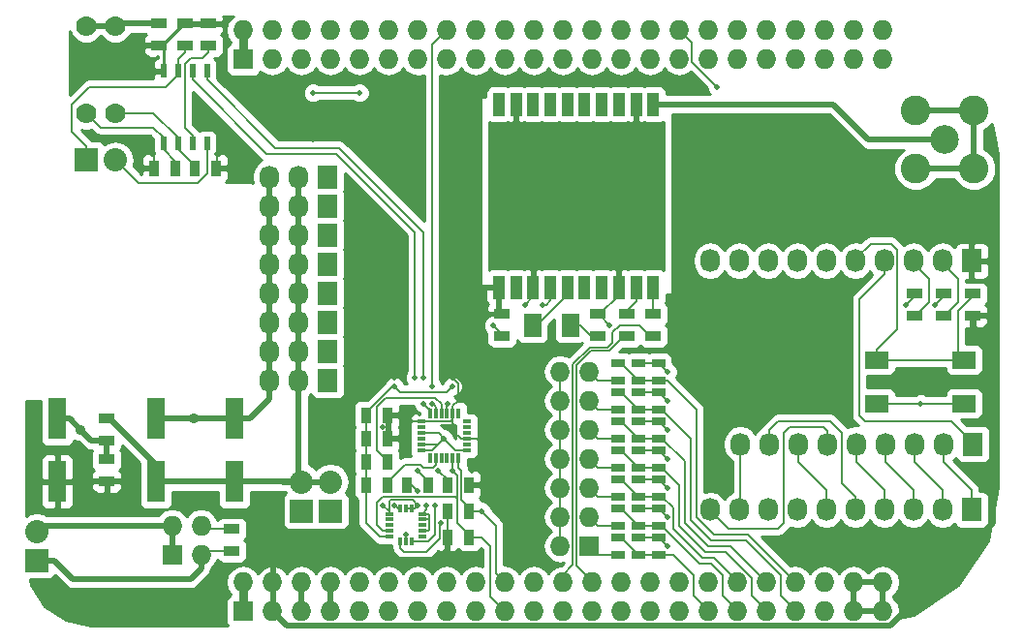
<source format=gtl>
%FSLAX46Y46*%
G04 Gerber Fmt 4.6, Leading zero omitted, Abs format (unit mm)*
G04 Created by KiCad (PCBNEW (2014-09-22 BZR 5144)-product) date Sat 29 Nov 2014 08:33:21 PM CET*
%MOMM*%
G01*
G04 APERTURE LIST*
%ADD10C,0.100000*%
%ADD11O,1.727200X2.032000*%
%ADD12R,1.727200X2.032000*%
%ADD13R,1.000000X2.000000*%
%ADD14R,1.727200X1.727200*%
%ADD15O,1.727200X1.727200*%
%ADD16R,0.889000X1.397000*%
%ADD17R,1.397000X0.889000*%
%ADD18R,1.600200X3.599180*%
%ADD19R,1.524000X2.032000*%
%ADD20C,2.500000*%
%ADD21C,2.600000*%
%ADD22R,2.032000X2.032000*%
%ADD23O,2.032000X2.032000*%
%ADD24C,1.778000*%
%ADD25R,2.032000X1.524000*%
%ADD26R,0.508000X1.143000*%
%ADD27R,0.800000X0.300000*%
%ADD28R,0.300000X0.800000*%
%ADD29R,0.800000X0.350000*%
%ADD30R,0.350000X0.850000*%
%ADD31R,1.143000X0.635000*%
%ADD32C,0.508000*%
%ADD33C,0.889000*%
%ADD34C,0.154000*%
%ADD35C,0.508000*%
%ADD36C,0.762000*%
%ADD37C,0.254000*%
%ADD38C,0.204000*%
G04 APERTURE END LIST*
D10*
D11*
X162719000Y-111154000D03*
X165259000Y-111154000D03*
X167799000Y-111154000D03*
X170339000Y-111154000D03*
X172879000Y-111154000D03*
X175419000Y-111154000D03*
X177959000Y-111154000D03*
X180499000Y-111154000D03*
X183039000Y-111154000D03*
D12*
X185579000Y-111154000D03*
X185579000Y-89379000D03*
D11*
X183039000Y-89379000D03*
X180499000Y-89379000D03*
X177959000Y-89379000D03*
X175419000Y-89379000D03*
X172879000Y-89379000D03*
X170339000Y-89379000D03*
X167799000Y-89379000D03*
X165259000Y-89379000D03*
X162719000Y-89379000D03*
D13*
X144252000Y-91694000D03*
X145752000Y-91694000D03*
X147252000Y-91694000D03*
X148752000Y-91694000D03*
X150252000Y-91694000D03*
X151752000Y-91694000D03*
X153252000Y-91694000D03*
X154752000Y-91694000D03*
X156252000Y-91694000D03*
X157752000Y-91694000D03*
X144252000Y-75694000D03*
X145752000Y-75694000D03*
X147252000Y-75694000D03*
X148752000Y-75694000D03*
X150252000Y-75694000D03*
X151752000Y-75694000D03*
X153252000Y-75694000D03*
X154752000Y-75694000D03*
X156252000Y-75694000D03*
X157752000Y-75694000D03*
D14*
X121920000Y-120015000D03*
D15*
X121920000Y-117475000D03*
X124460000Y-120015000D03*
X124460000Y-117475000D03*
X127000000Y-120015000D03*
X127000000Y-117475000D03*
X129540000Y-120015000D03*
X129540000Y-117475000D03*
X132080000Y-120015000D03*
X132080000Y-117475000D03*
X134620000Y-120015000D03*
X134620000Y-117475000D03*
X137160000Y-120015000D03*
X137160000Y-117475000D03*
X139700000Y-120015000D03*
X139700000Y-117475000D03*
X142240000Y-120015000D03*
X142240000Y-117475000D03*
X144780000Y-120015000D03*
X144780000Y-117475000D03*
X147320000Y-120015000D03*
X147320000Y-117475000D03*
X149860000Y-120015000D03*
X149860000Y-117475000D03*
X152400000Y-120015000D03*
X152400000Y-117475000D03*
X154940000Y-120015000D03*
X154940000Y-117475000D03*
X157480000Y-120015000D03*
X157480000Y-117475000D03*
X160020000Y-120015000D03*
X160020000Y-117475000D03*
X162560000Y-120015000D03*
X162560000Y-117475000D03*
X165100000Y-120015000D03*
X165100000Y-117475000D03*
X167640000Y-120015000D03*
X167640000Y-117475000D03*
X170180000Y-120015000D03*
X170180000Y-117475000D03*
X172720000Y-120015000D03*
X172720000Y-117475000D03*
X175260000Y-120015000D03*
X175260000Y-117475000D03*
X177800000Y-120015000D03*
X177800000Y-117475000D03*
D14*
X121920000Y-71755000D03*
D15*
X121920000Y-69215000D03*
X124460000Y-71755000D03*
X124460000Y-69215000D03*
X127000000Y-71755000D03*
X127000000Y-69215000D03*
X129540000Y-71755000D03*
X129540000Y-69215000D03*
X132080000Y-71755000D03*
X132080000Y-69215000D03*
X134620000Y-71755000D03*
X134620000Y-69215000D03*
X137160000Y-71755000D03*
X137160000Y-69215000D03*
X139700000Y-71755000D03*
X139700000Y-69215000D03*
X142240000Y-71755000D03*
X142240000Y-69215000D03*
X144780000Y-71755000D03*
X144780000Y-69215000D03*
X147320000Y-71755000D03*
X147320000Y-69215000D03*
X149860000Y-71755000D03*
X149860000Y-69215000D03*
X152400000Y-71755000D03*
X152400000Y-69215000D03*
X154940000Y-71755000D03*
X154940000Y-69215000D03*
X157480000Y-71755000D03*
X157480000Y-69215000D03*
X160020000Y-71755000D03*
X160020000Y-69215000D03*
X162560000Y-71755000D03*
X162560000Y-69215000D03*
X165100000Y-71755000D03*
X165100000Y-69215000D03*
X167640000Y-71755000D03*
X167640000Y-69215000D03*
X170180000Y-71755000D03*
X170180000Y-69215000D03*
X172720000Y-71755000D03*
X172720000Y-69215000D03*
X175260000Y-71755000D03*
X175260000Y-69215000D03*
X177800000Y-71755000D03*
X177800000Y-69215000D03*
D16*
X134556500Y-102870000D03*
X132651500Y-102870000D03*
X134556500Y-104902000D03*
X132651500Y-104902000D03*
D17*
X114554000Y-70548500D03*
X114554000Y-68643500D03*
D16*
X134556500Y-106934000D03*
X132651500Y-106934000D03*
X134556500Y-108966000D03*
X132651500Y-108966000D03*
D17*
X144526000Y-94043500D03*
X144526000Y-95948500D03*
D16*
X136207500Y-108966000D03*
X138112500Y-108966000D03*
D17*
X109982000Y-108648500D03*
X109982000Y-106743500D03*
D18*
X105664000Y-108668820D03*
X105664000Y-103167180D03*
D17*
X109982000Y-103187500D03*
X109982000Y-105092500D03*
D18*
X121158000Y-108668820D03*
X121158000Y-103167180D03*
X114300000Y-108668820D03*
X114300000Y-103167180D03*
D19*
X147193000Y-94996000D03*
X150495000Y-94996000D03*
D20*
X183238000Y-78774000D03*
D21*
X185778000Y-81314000D03*
X185778000Y-76234000D03*
X180698000Y-76234000D03*
X180698000Y-81314000D03*
D22*
X108204000Y-80518000D03*
D23*
X110744000Y-80518000D03*
D22*
X127000000Y-111252000D03*
D23*
X127000000Y-108712000D03*
D22*
X129540000Y-111252000D03*
D23*
X129540000Y-108712000D03*
D12*
X185674000Y-105410000D03*
D11*
X183134000Y-105410000D03*
X180594000Y-105410000D03*
X178054000Y-105410000D03*
X175514000Y-105410000D03*
X172974000Y-105410000D03*
X170434000Y-105410000D03*
X167894000Y-105410000D03*
X165354000Y-105410000D03*
D14*
X115697000Y-115062000D03*
D15*
X115697000Y-112522000D03*
X118237000Y-115062000D03*
X118237000Y-112522000D03*
D22*
X103886000Y-115570000D03*
D23*
X103886000Y-113030000D03*
D17*
X116840000Y-70548500D03*
X116840000Y-68643500D03*
X118872000Y-70548500D03*
X118872000Y-68643500D03*
D16*
X117665500Y-81280000D03*
X119570500Y-81280000D03*
X116014500Y-81280000D03*
X114109500Y-81280000D03*
D17*
X185674000Y-94170500D03*
X185674000Y-92265500D03*
X155448000Y-94043500D03*
X155448000Y-95948500D03*
X157734000Y-94043500D03*
X157734000Y-95948500D03*
X183134000Y-94170500D03*
X183134000Y-92265500D03*
X180594000Y-94170500D03*
X180594000Y-92265500D03*
X152908000Y-95948500D03*
X152908000Y-94043500D03*
D16*
X139763500Y-108966000D03*
X141668500Y-108966000D03*
X141668500Y-113538000D03*
X139763500Y-113538000D03*
X141668500Y-111252000D03*
X139763500Y-111252000D03*
D24*
X108204000Y-76454000D03*
X110744000Y-76454000D03*
X110744000Y-68834000D03*
X108204000Y-68834000D03*
D25*
X184912000Y-101854000D03*
X177292000Y-101854000D03*
X184912000Y-98044000D03*
X177292000Y-98044000D03*
D17*
X120904000Y-112839500D03*
X120904000Y-114744500D03*
D26*
X114935000Y-72771000D03*
X116205000Y-72771000D03*
X117475000Y-72771000D03*
X118745000Y-72771000D03*
X118745000Y-79121000D03*
X117475000Y-79121000D03*
X116205000Y-79121000D03*
X114935000Y-79121000D03*
D27*
X134670000Y-111498000D03*
X134670000Y-111998000D03*
X134670000Y-112498000D03*
X134670000Y-112998000D03*
X134670000Y-113498000D03*
X137570000Y-113498000D03*
X137570000Y-112998000D03*
X137570000Y-112498000D03*
X137570000Y-111998000D03*
X137570000Y-111498000D03*
D28*
X135620000Y-113948000D03*
X136120000Y-113948000D03*
X136620000Y-113948000D03*
X136620000Y-111048000D03*
X136120000Y-111048000D03*
X135620000Y-111048000D03*
D29*
X141478000Y-105930000D03*
X141478000Y-105430000D03*
X141478000Y-104930000D03*
X141478000Y-104430000D03*
X141478000Y-103930000D03*
X141478000Y-103430000D03*
D30*
X140728000Y-102705000D03*
X140228000Y-102705000D03*
X139728000Y-102705000D03*
X139228000Y-102705000D03*
X138728000Y-102705000D03*
X138228000Y-102705000D03*
X140728000Y-106655000D03*
X140228000Y-106655000D03*
X139728000Y-106655000D03*
X139228000Y-106655000D03*
X138728000Y-106655000D03*
X138228000Y-106655000D03*
D29*
X137478000Y-105930000D03*
X137478000Y-105430000D03*
X137478000Y-104930000D03*
X137478000Y-104430000D03*
X137478000Y-103930000D03*
X137478000Y-103430000D03*
D12*
X129286000Y-82042000D03*
D11*
X126746000Y-82042000D03*
X124206000Y-82042000D03*
D12*
X129286000Y-84582000D03*
D11*
X126746000Y-84582000D03*
X124206000Y-84582000D03*
D12*
X129286000Y-87122000D03*
D11*
X126746000Y-87122000D03*
X124206000Y-87122000D03*
D12*
X129286000Y-89662000D03*
D11*
X126746000Y-89662000D03*
X124206000Y-89662000D03*
D12*
X129286000Y-92202000D03*
D11*
X126746000Y-92202000D03*
X124206000Y-92202000D03*
D12*
X129286000Y-94742000D03*
D11*
X126746000Y-94742000D03*
X124206000Y-94742000D03*
D12*
X129286000Y-97282000D03*
D11*
X126746000Y-97282000D03*
X124206000Y-97282000D03*
D12*
X129286000Y-99822000D03*
D11*
X126746000Y-99822000D03*
X124206000Y-99822000D03*
D14*
X152146000Y-114300000D03*
D15*
X149606000Y-114300000D03*
X152146000Y-111760000D03*
X149606000Y-111760000D03*
X152146000Y-109220000D03*
X149606000Y-109220000D03*
X152146000Y-106680000D03*
X149606000Y-106680000D03*
X152146000Y-104140000D03*
X149606000Y-104140000D03*
X152146000Y-101600000D03*
X149606000Y-101600000D03*
X152146000Y-99060000D03*
X149606000Y-99060000D03*
D31*
X158242000Y-115062000D03*
X158242000Y-113538000D03*
X158242000Y-112522000D03*
X158242000Y-110998000D03*
X158242000Y-109982000D03*
X158242000Y-108458000D03*
X158242000Y-107442000D03*
X158242000Y-105918000D03*
X158242000Y-104902000D03*
X158242000Y-103378000D03*
X158242000Y-102362000D03*
X158242000Y-100838000D03*
X158242000Y-99822000D03*
X158242000Y-98298000D03*
X154686000Y-115062000D03*
X154686000Y-113538000D03*
X156464000Y-115062000D03*
X156464000Y-113538000D03*
X154686000Y-112522000D03*
X154686000Y-110998000D03*
X156464000Y-112522000D03*
X156464000Y-110998000D03*
X154686000Y-109982000D03*
X154686000Y-108458000D03*
X156464000Y-109982000D03*
X156464000Y-108458000D03*
X154686000Y-107442000D03*
X154686000Y-105918000D03*
X156464000Y-107442000D03*
X156464000Y-105918000D03*
X154686000Y-104902000D03*
X154686000Y-103378000D03*
X156464000Y-104902000D03*
X156464000Y-103378000D03*
X154686000Y-102362000D03*
X154686000Y-100838000D03*
X156464000Y-102362000D03*
X156464000Y-100838000D03*
X154686000Y-99822000D03*
X154686000Y-98298000D03*
X156464000Y-99822000D03*
X156464000Y-98298000D03*
D32*
X150876000Y-86868000D03*
X135155010Y-110775020D03*
X137922000Y-110744000D03*
X137160000Y-107696000D03*
X181132468Y-101854000D03*
X136144000Y-113284000D03*
D33*
X117602000Y-103124000D03*
X107696000Y-104140000D03*
D32*
X146558000Y-93218000D03*
X153924000Y-94996000D03*
X143764000Y-94996000D03*
X159004000Y-99060000D03*
X159004000Y-101600000D03*
X159004000Y-104140000D03*
X159004000Y-106680000D03*
X159004000Y-109220000D03*
X159004000Y-111760000D03*
X159004000Y-114300000D03*
X139446000Y-104902000D03*
X128016000Y-74676000D03*
X132080000Y-74676000D03*
X135128000Y-100330000D03*
X140208000Y-100330000D03*
X138430000Y-101854000D03*
X139781942Y-101897559D03*
X142494000Y-90932000D03*
X137160000Y-110744000D03*
X137160000Y-109496980D03*
X134112000Y-110744000D03*
X134112000Y-103886000D03*
X114046000Y-80010000D03*
X119634000Y-80010000D03*
X128016000Y-78740000D03*
X132080000Y-78740000D03*
X135128000Y-99568000D03*
X140208000Y-99568000D03*
X136906000Y-99568000D03*
X140208000Y-107696000D03*
X139167468Y-112329330D03*
X137668000Y-99568000D03*
X142748000Y-111252000D03*
X138430000Y-100330000D03*
X137668000Y-101854000D03*
X148082000Y-93218000D03*
X163322000Y-74168000D03*
X179832000Y-93218000D03*
X182372000Y-93218000D03*
X138684000Y-110744000D03*
X138938000Y-107696000D03*
D34*
X154752000Y-91694000D02*
X154752000Y-90236000D01*
X154752000Y-90236000D02*
X151384000Y-86868000D01*
X151384000Y-86868000D02*
X150876000Y-86868000D01*
X147252000Y-91694000D02*
X147252000Y-90238000D01*
X147252000Y-90238000D02*
X150622000Y-86868000D01*
X150622000Y-86868000D02*
X150876000Y-86868000D01*
X132651500Y-106934000D02*
X132651500Y-106081500D01*
X132651500Y-106081500D02*
X132651500Y-104902000D01*
X132651500Y-108966000D02*
X132651500Y-106934000D01*
X135620000Y-111048000D02*
X135427990Y-111048000D01*
X135427990Y-111048000D02*
X135155010Y-110775020D01*
X137922000Y-111146000D02*
X137570000Y-111498000D01*
X137922000Y-110744000D02*
X137922000Y-111146000D01*
X137922000Y-108966000D02*
X137922000Y-108458000D01*
X137922000Y-108458000D02*
X137414000Y-107950000D01*
X137414000Y-107950000D02*
X137160000Y-107696000D01*
D35*
X175260000Y-120015000D02*
X175260000Y-117475000D01*
X177800000Y-120015000D02*
X175260000Y-120015000D01*
X177800000Y-117475000D02*
X177800000Y-120015000D01*
X175260000Y-117475000D02*
X177800000Y-117475000D01*
D34*
X118745000Y-79121000D02*
X118745000Y-81759302D01*
X118745000Y-81759302D02*
X117954302Y-82550000D01*
X117954302Y-82550000D02*
X112776000Y-82550000D01*
X112776000Y-82550000D02*
X110744000Y-80518000D01*
X181132468Y-101854000D02*
X177292000Y-101854000D01*
X184912000Y-101854000D02*
X181132468Y-101854000D01*
X132651500Y-104902000D02*
X132651500Y-102870000D01*
X136120000Y-113948000D02*
X136120000Y-113308000D01*
X136120000Y-113308000D02*
X136144000Y-113284000D01*
D35*
X121158000Y-103167180D02*
X122466100Y-103167180D01*
X122466100Y-103167180D02*
X124206000Y-101427280D01*
X124206000Y-101427280D02*
X124206000Y-99822000D01*
X124206000Y-87122000D02*
X124206000Y-82042000D01*
X124206000Y-87122000D02*
X124206000Y-84582000D01*
X124206000Y-89662000D02*
X124206000Y-87122000D01*
X124206000Y-92202000D02*
X124206000Y-89662000D01*
X124206000Y-94742000D02*
X124206000Y-92202000D01*
X124206000Y-97282000D02*
X124206000Y-94742000D01*
X124206000Y-99822000D02*
X124206000Y-97282000D01*
X121158000Y-103167180D02*
X117645180Y-103167180D01*
X117645180Y-103167180D02*
X117602000Y-103124000D01*
X114300000Y-103167180D02*
X117558820Y-103167180D01*
X117558820Y-103167180D02*
X117602000Y-103124000D01*
X109982000Y-105092500D02*
X109982000Y-106743500D01*
X109982000Y-105092500D02*
X108648500Y-105092500D01*
X108648500Y-105092500D02*
X107696000Y-104140000D01*
X105664000Y-103167180D02*
X106723180Y-103167180D01*
X106723180Y-103167180D02*
X107696000Y-104140000D01*
D34*
X147252000Y-91694000D02*
X147252000Y-92524000D01*
X147252000Y-92524000D02*
X146558000Y-93218000D01*
X152908000Y-94043500D02*
X153098500Y-94043500D01*
X153098500Y-94043500D02*
X154752000Y-92390000D01*
X154752000Y-92390000D02*
X154752000Y-91694000D01*
X152908000Y-94043500D02*
X152971500Y-94043500D01*
X152971500Y-94043500D02*
X153924000Y-94996000D01*
X144526000Y-95948500D02*
X144526000Y-95758000D01*
X144526000Y-95758000D02*
X143764000Y-94996000D01*
X158242000Y-98298000D02*
X159004000Y-99060000D01*
X158242000Y-100838000D02*
X159004000Y-101600000D01*
X158242000Y-103378000D02*
X159004000Y-104140000D01*
X158242000Y-105918000D02*
X159004000Y-106680000D01*
X158242000Y-108458000D02*
X159004000Y-109220000D01*
X158242000Y-110998000D02*
X159004000Y-111760000D01*
X158242000Y-113538000D02*
X159004000Y-114300000D01*
X149606000Y-101600000D02*
X149606000Y-99060000D01*
X149606000Y-104140000D02*
X149606000Y-101600000D01*
X149606000Y-106680000D02*
X149606000Y-104140000D01*
X149606000Y-109220000D02*
X149606000Y-106680000D01*
X149606000Y-111760000D02*
X149606000Y-109220000D01*
X149606000Y-114300000D02*
X149606000Y-111760000D01*
X156464000Y-113538000D02*
X158242000Y-113538000D01*
X156464000Y-110998000D02*
X156718000Y-110998000D01*
X156718000Y-110998000D02*
X158242000Y-110998000D01*
X156464000Y-108458000D02*
X158242000Y-108458000D01*
X156464000Y-105918000D02*
X158242000Y-105918000D01*
X156464000Y-103378000D02*
X158242000Y-103378000D01*
X156464000Y-98298000D02*
X158242000Y-98298000D01*
X156464000Y-100838000D02*
X158242000Y-100838000D01*
D35*
X185778000Y-81314000D02*
X180698000Y-81314000D01*
X185778000Y-76234000D02*
X185778000Y-81314000D01*
X180698000Y-76234000D02*
X185778000Y-76234000D01*
D36*
X121920000Y-69215000D02*
X121920000Y-71755000D01*
X121920000Y-117475000D02*
X121920000Y-120015000D01*
D37*
X121920000Y-71755000D02*
X121602500Y-72072500D01*
D34*
X140474000Y-105930000D02*
X139446000Y-104902000D01*
X141478000Y-105930000D02*
X140474000Y-105930000D01*
X138974000Y-104430000D02*
X139446000Y-104902000D01*
X137478000Y-104430000D02*
X138974000Y-104430000D01*
X138918000Y-105430000D02*
X139446000Y-104902000D01*
X137478000Y-105430000D02*
X138918000Y-105430000D01*
X138032000Y-105930000D02*
X138044000Y-105918000D01*
X137478000Y-105930000D02*
X138032000Y-105930000D01*
X138430000Y-105918000D02*
X139446000Y-104902000D01*
X138044000Y-105918000D02*
X138430000Y-105918000D01*
X132651500Y-112331500D02*
X132651500Y-108966000D01*
X133818000Y-113498000D02*
X132651500Y-112331500D01*
X134670000Y-113498000D02*
X133818000Y-113498000D01*
X137586000Y-112014000D02*
X137570000Y-111998000D01*
X137570000Y-111498000D02*
X137578000Y-111506000D01*
X138124000Y-112998000D02*
X137570000Y-112998000D01*
X138201001Y-112920999D02*
X138124000Y-112998000D01*
X138124000Y-111498000D02*
X138201001Y-111575001D01*
X137570000Y-111498000D02*
X138124000Y-111498000D01*
X138192856Y-111998000D02*
X138201001Y-111989855D01*
X138201001Y-111989855D02*
X138201001Y-112920999D01*
X137570000Y-111998000D02*
X138192856Y-111998000D01*
X138201001Y-111575001D02*
X138201001Y-111989855D01*
X128016000Y-74676000D02*
X132080000Y-74676000D01*
X132651500Y-102870000D02*
X132651500Y-102616000D01*
X134937500Y-100330000D02*
X135128000Y-100330000D01*
X132651500Y-102616000D02*
X134937500Y-100330000D01*
X139700000Y-100838000D02*
X139954001Y-100583999D01*
X135128000Y-100330000D02*
X135636000Y-100838000D01*
X135636000Y-100838000D02*
X139700000Y-100838000D01*
X139954001Y-100583999D02*
X140208000Y-100330000D01*
X138728000Y-102152000D02*
X138430000Y-101854000D01*
X138728000Y-102705000D02*
X138728000Y-102152000D01*
X139728000Y-101951501D02*
X139781942Y-101897559D01*
X139728000Y-102705000D02*
X139728000Y-101951501D01*
D35*
X110934500Y-68643500D02*
X110744000Y-68834000D01*
X114554000Y-68643500D02*
X110934500Y-68643500D01*
X108204000Y-68834000D02*
X110744000Y-68834000D01*
D34*
X147252000Y-91118000D02*
X147252000Y-91694000D01*
X145752000Y-75694000D02*
X145752000Y-76244000D01*
X156252000Y-75694000D02*
X156252000Y-76242000D01*
X154752000Y-91120000D02*
X154752000Y-91694000D01*
D35*
X124460000Y-120015000D02*
X125731601Y-121286601D01*
X187452000Y-112268000D02*
X187452000Y-96901000D01*
X125731601Y-121286601D02*
X178433399Y-121286601D01*
X178433399Y-121286601D02*
X187452000Y-112268000D01*
X187452000Y-96901000D02*
X185674000Y-95123000D01*
X185674000Y-95123000D02*
X185674000Y-94170500D01*
X143002000Y-91694000D02*
X143002000Y-92710000D01*
X142494000Y-91694000D02*
X141986000Y-92202000D01*
X144252000Y-91694000D02*
X142494000Y-91694000D01*
X144252000Y-91694000D02*
X144252000Y-93769500D01*
X144252000Y-93769500D02*
X144526000Y-94043500D01*
D34*
X144252000Y-91694000D02*
X143002000Y-91694000D01*
X143002000Y-91694000D02*
X142494000Y-91186000D01*
X142494000Y-91186000D02*
X142494000Y-90932000D01*
X135128000Y-99568000D02*
X133350000Y-99568000D01*
X133350000Y-99568000D02*
X131318000Y-101600000D01*
X131318000Y-101600000D02*
X131318000Y-114300000D01*
X131318000Y-114300000D02*
X130302000Y-115316000D01*
X130302000Y-115316000D02*
X128778000Y-115316000D01*
X139763500Y-113538000D02*
X139763500Y-114390500D01*
X139763500Y-114390500D02*
X138838000Y-115316000D01*
X138838000Y-115316000D02*
X128778000Y-115316000D01*
X134555785Y-103886000D02*
X134556500Y-103885285D01*
X134556500Y-103885285D02*
X134556500Y-102870000D01*
X134670000Y-111302000D02*
X134112000Y-110744000D01*
X134670000Y-111498000D02*
X134670000Y-111302000D01*
X136706010Y-110290010D02*
X137160000Y-110744000D01*
X134819990Y-110290010D02*
X136706010Y-110290010D01*
X134670000Y-110440000D02*
X134819990Y-110290010D01*
X134670000Y-111498000D02*
X134670000Y-110440000D01*
X137160000Y-110812000D02*
X137160000Y-110744000D01*
X136924000Y-111048000D02*
X137160000Y-110812000D01*
X136620000Y-111048000D02*
X136924000Y-111048000D01*
X136207500Y-108966000D02*
X136629020Y-108966000D01*
X136629020Y-108966000D02*
X137160000Y-109496980D01*
X141478000Y-104930000D02*
X142522000Y-104930000D01*
X142522000Y-104930000D02*
X142748000Y-105156000D01*
X142748000Y-105156000D02*
X142748000Y-108712000D01*
X142494000Y-108966000D02*
X141668500Y-108966000D01*
X142748000Y-108712000D02*
X142494000Y-108966000D01*
D37*
X116840000Y-68643500D02*
X116586000Y-68643500D01*
X114681000Y-70548500D02*
X114554000Y-70548500D01*
X116840000Y-68643500D02*
X118872000Y-68643500D01*
X116713000Y-68643500D02*
X116840000Y-68643500D01*
X114808000Y-70548500D02*
X116713000Y-68643500D01*
X114554000Y-70548500D02*
X114808000Y-70548500D01*
X114935000Y-70929500D02*
X114554000Y-70548500D01*
X114935000Y-72771000D02*
X114935000Y-70929500D01*
D34*
X140018802Y-103430000D02*
X137478000Y-103430000D01*
X140228000Y-103220802D02*
X140018802Y-103430000D01*
X140228000Y-102705000D02*
X140228000Y-103220802D01*
X140924000Y-104930000D02*
X141478000Y-104930000D01*
X140228000Y-104234000D02*
X140924000Y-104930000D01*
X140228000Y-102705000D02*
X140228000Y-104234000D01*
X137478000Y-103430000D02*
X136450000Y-103430000D01*
X135890000Y-102870000D02*
X134556500Y-102870000D01*
X136450000Y-103430000D02*
X135890000Y-102870000D01*
X136120000Y-111048000D02*
X136620000Y-111048000D01*
X134112000Y-103886000D02*
X134555785Y-103886000D01*
D38*
X134556500Y-104902000D02*
X134556500Y-103885285D01*
D34*
X114109500Y-80073500D02*
X114046000Y-80010000D01*
X114109500Y-81280000D02*
X114109500Y-80073500D01*
X119634000Y-81216500D02*
X119570500Y-81280000D01*
X119634000Y-80010000D02*
X119634000Y-81216500D01*
X128016000Y-78740000D02*
X132080000Y-78740000D01*
X124460000Y-116484401D02*
X124460000Y-117475000D01*
X124460000Y-116078000D02*
X124460000Y-116484401D01*
X125222000Y-115316000D02*
X124460000Y-116078000D01*
X128778000Y-115316000D02*
X125222000Y-115316000D01*
X140208000Y-97509000D02*
X140208000Y-99208790D01*
X140716000Y-100076000D02*
X140461999Y-99821999D01*
X144526000Y-94043500D02*
X143673500Y-94043500D01*
X140208000Y-99208790D02*
X140208000Y-99568000D01*
X143673500Y-94043500D02*
X140208000Y-97509000D01*
X140228000Y-102705000D02*
X140228000Y-102088000D01*
X140716000Y-101600000D02*
X140716000Y-100076000D01*
X140228000Y-102088000D02*
X140716000Y-101600000D01*
X140461999Y-99821999D02*
X140208000Y-99568000D01*
X139763500Y-112685500D02*
X139763500Y-111252000D01*
X139763500Y-113538000D02*
X139763500Y-112685500D01*
D35*
X123654820Y-108668820D02*
X126746000Y-108668820D01*
X126746000Y-108668820D02*
X126746000Y-99822000D01*
X114300000Y-108668820D02*
X114300000Y-107251500D01*
X114300000Y-107251500D02*
X110236000Y-103187500D01*
X110236000Y-103187500D02*
X109982000Y-103187500D01*
X126746000Y-84582000D02*
X126746000Y-82042000D01*
X126746000Y-87122000D02*
X126746000Y-84582000D01*
X126746000Y-92202000D02*
X126746000Y-87122000D01*
X126746000Y-92202000D02*
X126746000Y-89662000D01*
X126746000Y-94742000D02*
X126746000Y-92202000D01*
X126746000Y-97282000D02*
X126746000Y-94742000D01*
X126746000Y-99822000D02*
X126746000Y-97282000D01*
X127000000Y-108712000D02*
X123654820Y-108668820D01*
X123654820Y-108668820D02*
X121158000Y-108668820D01*
X121158000Y-108668820D02*
X114300000Y-108668820D01*
X127000000Y-108712000D02*
X129540000Y-108712000D01*
D34*
X134670000Y-112998000D02*
X134116000Y-112998000D01*
X134116000Y-112998000D02*
X133604000Y-112486000D01*
X133604000Y-112486000D02*
X133604000Y-110490000D01*
X133604000Y-110490000D02*
X134112000Y-109982000D01*
X134112000Y-109982000D02*
X140453039Y-109982000D01*
X140453039Y-109982000D02*
X140661990Y-110190951D01*
X140228000Y-107716000D02*
X140208000Y-107696000D01*
X141668500Y-113284000D02*
X141668500Y-113538000D01*
X140661990Y-112277490D02*
X141668500Y-113284000D01*
X140228000Y-107716000D02*
X140661990Y-108149990D01*
X140228000Y-106655000D02*
X140228000Y-107716000D01*
X143510000Y-118745000D02*
X144780000Y-120015000D01*
X143510000Y-114300000D02*
X143510000Y-118745000D01*
X142748000Y-113538000D02*
X143510000Y-114300000D01*
X141668500Y-113538000D02*
X142748000Y-113538000D01*
X140661990Y-110190951D02*
X140661990Y-112277490D01*
X140661990Y-108149990D02*
X140661990Y-110190951D01*
X117475000Y-73533000D02*
X117475000Y-72771000D01*
X123952000Y-80010000D02*
X117475000Y-73533000D01*
X130048000Y-80010000D02*
X123952000Y-80010000D01*
X136906000Y-86868000D02*
X130048000Y-80010000D01*
X136906000Y-99568000D02*
X136906000Y-86868000D01*
X135620000Y-113948000D02*
X135620000Y-114502000D01*
X135620000Y-114502000D02*
X135926000Y-114808000D01*
X139087999Y-113642001D02*
X139087999Y-112408799D01*
X135926000Y-114808000D02*
X137922000Y-114808000D01*
X137922000Y-114808000D02*
X139087999Y-113642001D01*
X139087999Y-112408799D02*
X139167468Y-112329330D01*
D38*
X140728000Y-106655000D02*
X140728000Y-107009500D01*
D34*
X141668500Y-110934500D02*
X141668500Y-111252000D01*
X140970000Y-110236000D02*
X141668500Y-110934500D01*
X140970000Y-107696000D02*
X140970000Y-110236000D01*
X140716000Y-107442000D02*
X140970000Y-107696000D01*
X140716000Y-106667000D02*
X140716000Y-107442000D01*
X140728000Y-106655000D02*
X140716000Y-106667000D01*
X144018000Y-112522000D02*
X142748000Y-111252000D01*
X144018000Y-116713000D02*
X144018000Y-112522000D01*
X144780000Y-117475000D02*
X144018000Y-116713000D01*
X142748000Y-111252000D02*
X141668500Y-111252000D01*
X118745000Y-73533000D02*
X118745000Y-72771000D01*
X124714000Y-79502000D02*
X118745000Y-73533000D01*
X130302000Y-79502000D02*
X124714000Y-79502000D01*
X137668000Y-86868000D02*
X130302000Y-79502000D01*
X137668000Y-99568000D02*
X137668000Y-86868000D01*
X157734000Y-95948500D02*
X157480000Y-95948500D01*
X157480000Y-95948500D02*
X156527500Y-94996000D01*
X150723599Y-115976401D02*
X149860000Y-116840000D01*
X156527500Y-94996000D02*
X154841698Y-94996000D01*
X154841698Y-94996000D02*
X154178000Y-95659698D01*
X153747009Y-96950991D02*
X152199408Y-96950991D01*
X154178000Y-95659698D02*
X154178000Y-96520000D01*
X154178000Y-96520000D02*
X153747009Y-96950991D01*
X152199408Y-96950991D02*
X150723599Y-98426800D01*
X150723599Y-98426800D02*
X150723599Y-115976401D01*
X149860000Y-116840000D02*
X149860000Y-117475000D01*
X155448000Y-95948500D02*
X155194000Y-95948500D01*
X155194000Y-95948500D02*
X153883499Y-97259001D01*
X153883499Y-97259001D02*
X152326989Y-97259001D01*
X152326989Y-97259001D02*
X151051399Y-98534591D01*
X151051399Y-98534591D02*
X151051399Y-115999399D01*
X151051399Y-115999399D02*
X152400000Y-117348000D01*
X152400000Y-117348000D02*
X152400000Y-117475000D01*
D37*
X152400000Y-116840000D02*
X152400000Y-117475000D01*
D34*
X139700000Y-69215000D02*
X138430000Y-70485000D01*
X138430000Y-70485000D02*
X138430000Y-99970790D01*
X138430000Y-99970790D02*
X138430000Y-100330000D01*
X137921999Y-102107999D02*
X137668000Y-101854000D01*
X137668000Y-101895000D02*
X137668000Y-101854000D01*
X138228000Y-102668000D02*
X138228000Y-102414000D01*
X138228000Y-102705000D02*
X138228000Y-102455000D01*
X138228000Y-102414000D02*
X137921999Y-102107999D01*
X138228000Y-102455000D02*
X137668000Y-101895000D01*
X148752000Y-91694000D02*
X148752000Y-92848000D01*
X148752000Y-92848000D02*
X148382000Y-93218000D01*
X148382000Y-93218000D02*
X148082000Y-93218000D01*
X133604000Y-105918000D02*
X134556500Y-106870500D01*
X133604000Y-102108000D02*
X133604000Y-105918000D01*
X134366000Y-101346000D02*
X133604000Y-102108000D01*
X138684000Y-101346000D02*
X134366000Y-101346000D01*
X134556500Y-106870500D02*
X134556500Y-106934000D01*
X139228000Y-101890000D02*
X138684000Y-101346000D01*
X139228000Y-102705000D02*
X139228000Y-101890000D01*
X137392801Y-107210999D02*
X136057501Y-107210999D01*
X134556500Y-108712000D02*
X134556500Y-108966000D01*
X138728000Y-107210999D02*
X138475800Y-107463199D01*
X138728000Y-106655000D02*
X138728000Y-107210999D01*
X136057501Y-107210999D02*
X134556500Y-108712000D01*
X137645001Y-107463199D02*
X137392801Y-107210999D01*
X138475800Y-107463199D02*
X137645001Y-107463199D01*
X147193000Y-94996000D02*
X147574000Y-94996000D01*
X147574000Y-94996000D02*
X150114000Y-92456000D01*
X150114000Y-92456000D02*
X150114000Y-91832000D01*
X150114000Y-91832000D02*
X150252000Y-91694000D01*
X150495000Y-94996000D02*
X151384000Y-94996000D01*
X151384000Y-94996000D02*
X152336500Y-95948500D01*
X152336500Y-95948500D02*
X152908000Y-95948500D01*
D35*
X183238000Y-78774000D02*
X176564000Y-78774000D01*
X176564000Y-78774000D02*
X173484000Y-75694000D01*
X173484000Y-75694000D02*
X157752000Y-75694000D01*
D34*
X115125500Y-74168000D02*
X116205000Y-73088500D01*
X108458000Y-74168000D02*
X115125500Y-74168000D01*
X106934000Y-75692000D02*
X108458000Y-74168000D01*
X106934000Y-78078000D02*
X106934000Y-75692000D01*
X108204000Y-79348000D02*
X106934000Y-78078000D01*
X116205000Y-73088500D02*
X116205000Y-72771000D01*
X108204000Y-80518000D02*
X108204000Y-79348000D01*
X116205000Y-71782000D02*
X116205000Y-72771000D01*
X116840000Y-71147000D02*
X116205000Y-71782000D01*
X116840000Y-70548500D02*
X116840000Y-71147000D01*
D35*
X127000000Y-117475000D02*
X127000000Y-120015000D01*
X129540000Y-117475000D02*
X129540000Y-120015000D01*
D34*
X165354000Y-105410000D02*
X165354000Y-111059000D01*
X165354000Y-111059000D02*
X165259000Y-111154000D01*
X161114601Y-70309601D02*
X161114601Y-71960601D01*
X160020000Y-69215000D02*
X161114601Y-70309601D01*
X161114601Y-71960601D02*
X163322000Y-74168000D01*
X167894000Y-104140000D02*
X167894000Y-105410000D01*
X173228000Y-103378000D02*
X168656000Y-103378000D01*
X174244000Y-104394000D02*
X173228000Y-103378000D01*
X174244000Y-108809000D02*
X174244000Y-104394000D01*
X168656000Y-103378000D02*
X167894000Y-104140000D01*
X175419000Y-109984000D02*
X174244000Y-108809000D01*
X175419000Y-111154000D02*
X175419000Y-109984000D01*
X160401000Y-69215000D02*
X160020000Y-69215000D01*
X180594000Y-92265500D02*
X180594000Y-92456000D01*
X180594000Y-92456000D02*
X179832000Y-93218000D01*
X183134000Y-92265500D02*
X183134000Y-92456000D01*
X183134000Y-92456000D02*
X182372000Y-93218000D01*
X177959000Y-89379000D02*
X177959000Y-90549000D01*
X177959000Y-90549000D02*
X175768000Y-92740000D01*
X175768000Y-92740000D02*
X175768000Y-102870000D01*
X175768000Y-102870000D02*
X176276000Y-103378000D01*
X176276000Y-103378000D02*
X183794400Y-103378000D01*
X183794400Y-103378000D02*
X185674000Y-105257600D01*
X185674000Y-105257600D02*
X185674000Y-105410000D01*
X185579000Y-109379000D02*
X183134000Y-106934000D01*
X183134000Y-106934000D02*
X183134000Y-105410000D01*
X185579000Y-111154000D02*
X185579000Y-109379000D01*
X183039000Y-109379000D02*
X180594000Y-106934000D01*
X180594000Y-106934000D02*
X180594000Y-105410000D01*
X183039000Y-111154000D02*
X183039000Y-109379000D01*
X180499000Y-109379000D02*
X178054000Y-106934000D01*
X178054000Y-106934000D02*
X178054000Y-105410000D01*
X180499000Y-111154000D02*
X180499000Y-109379000D01*
X177959000Y-109379000D02*
X175514000Y-106934000D01*
X175514000Y-106934000D02*
X175514000Y-105410000D01*
X177959000Y-111154000D02*
X177959000Y-109379000D01*
X172974000Y-105410000D02*
X172974000Y-104240000D01*
X172974000Y-104240000D02*
X172622010Y-103888010D01*
X172622010Y-103888010D02*
X169669990Y-103888010D01*
X168656000Y-112776000D02*
X164338000Y-112776000D01*
X169669990Y-103888010D02*
X169164000Y-104394000D01*
X169164000Y-104394000D02*
X169164000Y-112268000D01*
X169164000Y-112268000D02*
X168656000Y-112776000D01*
X164338000Y-112776000D02*
X162719000Y-111157000D01*
X162719000Y-111157000D02*
X162719000Y-111154000D01*
X172879000Y-109379000D02*
X170434000Y-106934000D01*
X170434000Y-106934000D02*
X170434000Y-105410000D01*
X172879000Y-111154000D02*
X172879000Y-109379000D01*
X120904000Y-114744500D02*
X118554500Y-114744500D01*
X118554500Y-114744500D02*
X118237000Y-115062000D01*
D35*
X103886000Y-115570000D02*
X105410000Y-115570000D01*
X105410000Y-115570000D02*
X107035601Y-117195601D01*
X107035601Y-117195601D02*
X117324713Y-117195601D01*
X117324713Y-117195601D02*
X118237000Y-116283314D01*
X118237000Y-116283314D02*
X118237000Y-115062000D01*
D34*
X118554500Y-112839500D02*
X118237000Y-112522000D01*
X120904000Y-112839500D02*
X118554500Y-112839500D01*
X117348000Y-71628000D02*
X118364000Y-71628000D01*
X118872000Y-71120000D02*
X118872000Y-70548500D01*
X116840000Y-72136000D02*
X117348000Y-71628000D01*
X116840000Y-77760500D02*
X116840000Y-72136000D01*
X117475000Y-78395500D02*
X116840000Y-77760500D01*
X118364000Y-71628000D02*
X118872000Y-71120000D01*
X117475000Y-79121000D02*
X117475000Y-78395500D01*
D38*
X116205000Y-78803500D02*
X116205000Y-79121000D01*
D34*
X116205000Y-78613000D02*
X116205000Y-79121000D01*
X114046000Y-76454000D02*
X116205000Y-78613000D01*
X110744000Y-76454000D02*
X114046000Y-76454000D01*
X117665500Y-81089500D02*
X116205000Y-79629000D01*
X116205000Y-79629000D02*
X116205000Y-79121000D01*
X117665500Y-81280000D02*
X117665500Y-81089500D01*
X114935000Y-78613000D02*
X114935000Y-79121000D01*
X114046000Y-77724000D02*
X114935000Y-78613000D01*
X109474000Y-77724000D02*
X114046000Y-77724000D01*
X108204000Y-76454000D02*
X109474000Y-77724000D01*
X116014500Y-80708500D02*
X116014500Y-81280000D01*
X114935000Y-79629000D02*
X116014500Y-80708500D01*
X114935000Y-79121000D02*
X114935000Y-79629000D01*
X177292000Y-97128000D02*
X177292000Y-98044000D01*
X179070000Y-95350000D02*
X177292000Y-97128000D01*
X175419000Y-89226600D02*
X176761600Y-87884000D01*
X175419000Y-89379000D02*
X175419000Y-89226600D01*
X178562000Y-87884000D02*
X179070000Y-88392000D01*
X179070000Y-88392000D02*
X179070000Y-95350000D01*
X176761600Y-87884000D02*
X178562000Y-87884000D01*
X184912000Y-98044000D02*
X184404000Y-97536000D01*
X184404000Y-97536000D02*
X184404000Y-93726000D01*
X185674000Y-92456000D02*
X185674000Y-92265500D01*
X184404000Y-93726000D02*
X185674000Y-92456000D01*
X184912000Y-98044000D02*
X177292000Y-98044000D01*
X155448000Y-94043500D02*
X155448000Y-93726000D01*
X155448000Y-93726000D02*
X156252000Y-92922000D01*
X156252000Y-92922000D02*
X156252000Y-91694000D01*
X157734000Y-94043500D02*
X157734000Y-91712000D01*
X157734000Y-91712000D02*
X157752000Y-91694000D01*
X183039000Y-89379000D02*
X183039000Y-89567000D01*
X183039000Y-89567000D02*
X184404000Y-90932000D01*
X184404000Y-90932000D02*
X184404000Y-92964000D01*
X183197500Y-94170500D02*
X183134000Y-94170500D01*
X184404000Y-92964000D02*
X183197500Y-94170500D01*
X183039000Y-89379000D02*
X183039000Y-89226600D01*
X180594000Y-94170500D02*
X180657500Y-94170500D01*
X180657500Y-94170500D02*
X181864000Y-92964000D01*
X181864000Y-92964000D02*
X181864000Y-90932000D01*
X181864000Y-90932000D02*
X180499000Y-89567000D01*
X180499000Y-89567000D02*
X180499000Y-89379000D01*
X180499000Y-89379000D02*
X180499000Y-89226600D01*
X138682467Y-111104743D02*
X138684000Y-111103210D01*
X138682467Y-113351335D02*
X138682467Y-111104743D01*
X138684000Y-111103210D02*
X138684000Y-110744000D01*
X138085802Y-113948000D02*
X138682467Y-113351335D01*
X136620000Y-113948000D02*
X138085802Y-113948000D01*
X139763500Y-108966000D02*
X139763500Y-108521500D01*
X139763500Y-108521500D02*
X138938000Y-107696000D01*
D35*
X115697000Y-112522000D02*
X104394000Y-112522000D01*
X104394000Y-112522000D02*
X103886000Y-113030000D01*
X115697000Y-115062000D02*
X115697000Y-112522000D01*
D34*
X158242000Y-102362000D02*
X156464000Y-102362000D01*
X154940000Y-100838000D02*
X156464000Y-102362000D01*
X154686000Y-100838000D02*
X154940000Y-100838000D01*
X158496000Y-102362000D02*
X158242000Y-102362000D01*
X161036000Y-104902000D02*
X158496000Y-102362000D01*
X161036000Y-112014000D02*
X161036000Y-104902000D01*
X162814000Y-113792000D02*
X161036000Y-112014000D01*
X168910000Y-116840000D02*
X165862000Y-113792000D01*
X168910000Y-118618000D02*
X168910000Y-116840000D01*
X170180000Y-119888000D02*
X168910000Y-118618000D01*
X165862000Y-113792000D02*
X162814000Y-113792000D01*
X170180000Y-120015000D02*
X170180000Y-119888000D01*
X158242000Y-99822000D02*
X158967500Y-99822000D01*
X158967500Y-99822000D02*
X161544000Y-102398500D01*
X161544000Y-102398500D02*
X161544000Y-111760000D01*
X161544000Y-111760000D02*
X163068000Y-113284000D01*
X163068000Y-113284000D02*
X165989000Y-113284000D01*
X165989000Y-113284000D02*
X170180000Y-117475000D01*
X156464000Y-99822000D02*
X158242000Y-99822000D01*
X154686000Y-98298000D02*
X154940000Y-98298000D01*
X154940000Y-98298000D02*
X156464000Y-99822000D01*
X158242000Y-107442000D02*
X156464000Y-107442000D01*
X154940000Y-105918000D02*
X156464000Y-107442000D01*
X154686000Y-105918000D02*
X154940000Y-105918000D01*
X158496000Y-107442000D02*
X158242000Y-107442000D01*
X160020000Y-108966000D02*
X158496000Y-107442000D01*
X162306000Y-114808000D02*
X160020000Y-112522000D01*
X164053010Y-114808000D02*
X162306000Y-114808000D01*
X166370000Y-117124990D02*
X164053010Y-114808000D01*
X166370000Y-118618000D02*
X166370000Y-117124990D01*
X167640000Y-119888000D02*
X166370000Y-118618000D01*
X160020000Y-112522000D02*
X160020000Y-108966000D01*
X167640000Y-120015000D02*
X167640000Y-119888000D01*
X158242000Y-104902000D02*
X158530802Y-104902000D01*
X158530802Y-104902000D02*
X160528000Y-106899198D01*
X160528000Y-106899198D02*
X160528000Y-112268000D01*
X160528000Y-112268000D02*
X162560000Y-114300000D01*
X162560000Y-114300000D02*
X164465000Y-114300000D01*
X164465000Y-114300000D02*
X167640000Y-117475000D01*
X156464000Y-104902000D02*
X156972000Y-104902000D01*
X156972000Y-104902000D02*
X158242000Y-104902000D01*
X154940000Y-103378000D02*
X156464000Y-104902000D01*
X154686000Y-103378000D02*
X154940000Y-103378000D01*
X158242000Y-112522000D02*
X156464000Y-112522000D01*
X154940000Y-110998000D02*
X156464000Y-112522000D01*
X154686000Y-110998000D02*
X154940000Y-110998000D01*
X165100000Y-119888000D02*
X165100000Y-120015000D01*
X163830000Y-118618000D02*
X165100000Y-119888000D01*
X163830000Y-116840000D02*
X163830000Y-118618000D01*
X162814000Y-115824000D02*
X163830000Y-116840000D01*
X161798000Y-115824000D02*
X162814000Y-115824000D01*
X158496000Y-112522000D02*
X161798000Y-115824000D01*
X158242000Y-112522000D02*
X158496000Y-112522000D01*
X158242000Y-109982000D02*
X158530802Y-109982000D01*
X158530802Y-109982000D02*
X159512000Y-110963198D01*
X162052000Y-115316000D02*
X163068000Y-115316000D01*
X159512000Y-110963198D02*
X159512000Y-112776000D01*
X159512000Y-112776000D02*
X162052000Y-115316000D01*
X163068000Y-115316000D02*
X165100000Y-117348000D01*
X165100000Y-117348000D02*
X165100000Y-117475000D01*
X156464000Y-109982000D02*
X158242000Y-109982000D01*
X154940000Y-108458000D02*
X156464000Y-109982000D01*
X154686000Y-108458000D02*
X154940000Y-108458000D01*
X156464000Y-115062000D02*
X158242000Y-115062000D01*
X154940000Y-113538000D02*
X156464000Y-115062000D01*
X154686000Y-113538000D02*
X154940000Y-113538000D01*
X161290000Y-118618000D02*
X162560000Y-119888000D01*
X161290000Y-116840000D02*
X161290000Y-118618000D01*
X162560000Y-119888000D02*
X162560000Y-120015000D01*
X159512000Y-115062000D02*
X161290000Y-116840000D01*
X158242000Y-115062000D02*
X159512000Y-115062000D01*
X154686000Y-102362000D02*
X152908000Y-102362000D01*
X152908000Y-102362000D02*
X152146000Y-101600000D01*
X154686000Y-99822000D02*
X152908000Y-99822000D01*
X152908000Y-99822000D02*
X152146000Y-99060000D01*
X154686000Y-107442000D02*
X152908000Y-107442000D01*
X152908000Y-107442000D02*
X152146000Y-106680000D01*
X154686000Y-104902000D02*
X152908000Y-104902000D01*
X152908000Y-104902000D02*
X152146000Y-104140000D01*
X154686000Y-112522000D02*
X152908000Y-112522000D01*
X152908000Y-112522000D02*
X152146000Y-111760000D01*
X154686000Y-109982000D02*
X152908000Y-109982000D01*
X152908000Y-109982000D02*
X152146000Y-109220000D01*
X154686000Y-115062000D02*
X152908000Y-115062000D01*
X152908000Y-115062000D02*
X152146000Y-114300000D01*
D37*
G36*
X158623000Y-90166974D02*
X158611699Y-90155673D01*
X158378310Y-90059000D01*
X158125691Y-90059000D01*
X157125691Y-90059000D01*
X157002000Y-90110234D01*
X156878310Y-90059000D01*
X156625691Y-90059000D01*
X155625691Y-90059000D01*
X155502000Y-90110234D01*
X155378310Y-90059000D01*
X155125691Y-90059000D01*
X155037750Y-90059000D01*
X154879000Y-90217750D01*
X154879000Y-91313000D01*
X154625000Y-91313000D01*
X154625000Y-90217750D01*
X154466250Y-90059000D01*
X154378309Y-90059000D01*
X154125690Y-90059000D01*
X154002000Y-90110234D01*
X153878310Y-90059000D01*
X153625691Y-90059000D01*
X152625691Y-90059000D01*
X152502000Y-90110234D01*
X152378310Y-90059000D01*
X152125691Y-90059000D01*
X151125691Y-90059000D01*
X151002000Y-90110234D01*
X150878310Y-90059000D01*
X150625691Y-90059000D01*
X149625691Y-90059000D01*
X149502000Y-90110234D01*
X149378310Y-90059000D01*
X149125691Y-90059000D01*
X148125691Y-90059000D01*
X148002000Y-90110234D01*
X147878310Y-90059000D01*
X147625691Y-90059000D01*
X147537750Y-90059000D01*
X147379000Y-90217750D01*
X147379000Y-91313000D01*
X147125000Y-91313000D01*
X147125000Y-90217750D01*
X146966250Y-90059000D01*
X146878309Y-90059000D01*
X146625690Y-90059000D01*
X146502000Y-90110234D01*
X146378310Y-90059000D01*
X146125691Y-90059000D01*
X145125691Y-90059000D01*
X145002000Y-90110234D01*
X144878310Y-90059000D01*
X144625691Y-90059000D01*
X143625691Y-90059000D01*
X143392302Y-90155673D01*
X143383000Y-90164974D01*
X143383000Y-77223025D01*
X143392301Y-77232327D01*
X143625690Y-77329000D01*
X143878309Y-77329000D01*
X144878309Y-77329000D01*
X145001999Y-77277765D01*
X145125690Y-77329000D01*
X145378309Y-77329000D01*
X145466250Y-77329000D01*
X145625000Y-77170250D01*
X145625000Y-76073000D01*
X145879000Y-76073000D01*
X145879000Y-77170250D01*
X146037750Y-77329000D01*
X146125691Y-77329000D01*
X146378310Y-77329000D01*
X146502000Y-77277765D01*
X146625690Y-77329000D01*
X146878309Y-77329000D01*
X147878309Y-77329000D01*
X148001999Y-77277765D01*
X148125690Y-77329000D01*
X148378309Y-77329000D01*
X149378309Y-77329000D01*
X149501999Y-77277765D01*
X149625690Y-77329000D01*
X149878309Y-77329000D01*
X150878309Y-77329000D01*
X151001999Y-77277765D01*
X151125690Y-77329000D01*
X151378309Y-77329000D01*
X152378309Y-77329000D01*
X152501999Y-77277765D01*
X152625690Y-77329000D01*
X152878309Y-77329000D01*
X153878309Y-77329000D01*
X154001999Y-77277765D01*
X154125690Y-77329000D01*
X154378309Y-77329000D01*
X155378309Y-77329000D01*
X155501999Y-77277765D01*
X155625690Y-77329000D01*
X155878309Y-77329000D01*
X155966250Y-77329000D01*
X156125000Y-77170250D01*
X156125000Y-76073000D01*
X156379000Y-76073000D01*
X156379000Y-77170250D01*
X156537750Y-77329000D01*
X156625691Y-77329000D01*
X156878310Y-77329000D01*
X157002000Y-77277765D01*
X157125690Y-77329000D01*
X157378309Y-77329000D01*
X158378309Y-77329000D01*
X158611698Y-77232327D01*
X158623000Y-77221025D01*
X158623000Y-90166974D01*
X158623000Y-90166974D01*
G37*
X158623000Y-90166974D02*
X158611699Y-90155673D01*
X158378310Y-90059000D01*
X158125691Y-90059000D01*
X157125691Y-90059000D01*
X157002000Y-90110234D01*
X156878310Y-90059000D01*
X156625691Y-90059000D01*
X155625691Y-90059000D01*
X155502000Y-90110234D01*
X155378310Y-90059000D01*
X155125691Y-90059000D01*
X155037750Y-90059000D01*
X154879000Y-90217750D01*
X154879000Y-91313000D01*
X154625000Y-91313000D01*
X154625000Y-90217750D01*
X154466250Y-90059000D01*
X154378309Y-90059000D01*
X154125690Y-90059000D01*
X154002000Y-90110234D01*
X153878310Y-90059000D01*
X153625691Y-90059000D01*
X152625691Y-90059000D01*
X152502000Y-90110234D01*
X152378310Y-90059000D01*
X152125691Y-90059000D01*
X151125691Y-90059000D01*
X151002000Y-90110234D01*
X150878310Y-90059000D01*
X150625691Y-90059000D01*
X149625691Y-90059000D01*
X149502000Y-90110234D01*
X149378310Y-90059000D01*
X149125691Y-90059000D01*
X148125691Y-90059000D01*
X148002000Y-90110234D01*
X147878310Y-90059000D01*
X147625691Y-90059000D01*
X147537750Y-90059000D01*
X147379000Y-90217750D01*
X147379000Y-91313000D01*
X147125000Y-91313000D01*
X147125000Y-90217750D01*
X146966250Y-90059000D01*
X146878309Y-90059000D01*
X146625690Y-90059000D01*
X146502000Y-90110234D01*
X146378310Y-90059000D01*
X146125691Y-90059000D01*
X145125691Y-90059000D01*
X145002000Y-90110234D01*
X144878310Y-90059000D01*
X144625691Y-90059000D01*
X143625691Y-90059000D01*
X143392302Y-90155673D01*
X143383000Y-90164974D01*
X143383000Y-77223025D01*
X143392301Y-77232327D01*
X143625690Y-77329000D01*
X143878309Y-77329000D01*
X144878309Y-77329000D01*
X145001999Y-77277765D01*
X145125690Y-77329000D01*
X145378309Y-77329000D01*
X145466250Y-77329000D01*
X145625000Y-77170250D01*
X145625000Y-76073000D01*
X145879000Y-76073000D01*
X145879000Y-77170250D01*
X146037750Y-77329000D01*
X146125691Y-77329000D01*
X146378310Y-77329000D01*
X146502000Y-77277765D01*
X146625690Y-77329000D01*
X146878309Y-77329000D01*
X147878309Y-77329000D01*
X148001999Y-77277765D01*
X148125690Y-77329000D01*
X148378309Y-77329000D01*
X149378309Y-77329000D01*
X149501999Y-77277765D01*
X149625690Y-77329000D01*
X149878309Y-77329000D01*
X150878309Y-77329000D01*
X151001999Y-77277765D01*
X151125690Y-77329000D01*
X151378309Y-77329000D01*
X152378309Y-77329000D01*
X152501999Y-77277765D01*
X152625690Y-77329000D01*
X152878309Y-77329000D01*
X153878309Y-77329000D01*
X154001999Y-77277765D01*
X154125690Y-77329000D01*
X154378309Y-77329000D01*
X155378309Y-77329000D01*
X155501999Y-77277765D01*
X155625690Y-77329000D01*
X155878309Y-77329000D01*
X155966250Y-77329000D01*
X156125000Y-77170250D01*
X156125000Y-76073000D01*
X156379000Y-76073000D01*
X156379000Y-77170250D01*
X156537750Y-77329000D01*
X156625691Y-77329000D01*
X156878310Y-77329000D01*
X157002000Y-77277765D01*
X157125690Y-77329000D01*
X157378309Y-77329000D01*
X158378309Y-77329000D01*
X158611698Y-77232327D01*
X158623000Y-77221025D01*
X158623000Y-90166974D01*
G36*
X114256500Y-81407000D02*
X114236500Y-81407000D01*
X114236500Y-81427000D01*
X113982500Y-81427000D01*
X113982500Y-81407000D01*
X113188750Y-81407000D01*
X113030000Y-81565750D01*
X113030000Y-81797080D01*
X112315118Y-81082198D01*
X112427345Y-80518000D01*
X112301670Y-79886190D01*
X111943778Y-79350567D01*
X111408155Y-78992675D01*
X110776345Y-78867000D01*
X110711655Y-78867000D01*
X110079845Y-78992675D01*
X109779480Y-79193371D01*
X109758327Y-79142302D01*
X109579699Y-78963673D01*
X109346310Y-78867000D01*
X109093691Y-78867000D01*
X108722467Y-78867000D01*
X108707460Y-78844540D01*
X107798849Y-77935929D01*
X107899528Y-77977735D01*
X108505812Y-77978264D01*
X108658326Y-77915246D01*
X108970540Y-78227460D01*
X109201529Y-78381802D01*
X109201530Y-78381802D01*
X109474000Y-78436000D01*
X113751080Y-78436000D01*
X114046000Y-78730920D01*
X114046000Y-79818809D01*
X114098891Y-79946500D01*
X113982498Y-79946500D01*
X113982498Y-80105248D01*
X113823750Y-79946500D01*
X113538691Y-79946500D01*
X113305302Y-80043173D01*
X113126673Y-80221801D01*
X113030000Y-80455190D01*
X113030000Y-80707809D01*
X113030000Y-80994250D01*
X113188750Y-81153000D01*
X113982500Y-81153000D01*
X113982500Y-81133000D01*
X114236500Y-81133000D01*
X114236500Y-81153000D01*
X114256500Y-81153000D01*
X114256500Y-81407000D01*
X114256500Y-81407000D01*
G37*
X114256500Y-81407000D02*
X114236500Y-81407000D01*
X114236500Y-81427000D01*
X113982500Y-81427000D01*
X113982500Y-81407000D01*
X113188750Y-81407000D01*
X113030000Y-81565750D01*
X113030000Y-81797080D01*
X112315118Y-81082198D01*
X112427345Y-80518000D01*
X112301670Y-79886190D01*
X111943778Y-79350567D01*
X111408155Y-78992675D01*
X110776345Y-78867000D01*
X110711655Y-78867000D01*
X110079845Y-78992675D01*
X109779480Y-79193371D01*
X109758327Y-79142302D01*
X109579699Y-78963673D01*
X109346310Y-78867000D01*
X109093691Y-78867000D01*
X108722467Y-78867000D01*
X108707460Y-78844540D01*
X107798849Y-77935929D01*
X107899528Y-77977735D01*
X108505812Y-77978264D01*
X108658326Y-77915246D01*
X108970540Y-78227460D01*
X109201529Y-78381802D01*
X109201530Y-78381802D01*
X109474000Y-78436000D01*
X113751080Y-78436000D01*
X114046000Y-78730920D01*
X114046000Y-79818809D01*
X114098891Y-79946500D01*
X113982498Y-79946500D01*
X113982498Y-80105248D01*
X113823750Y-79946500D01*
X113538691Y-79946500D01*
X113305302Y-80043173D01*
X113126673Y-80221801D01*
X113030000Y-80455190D01*
X113030000Y-80707809D01*
X113030000Y-80994250D01*
X113188750Y-81153000D01*
X113982500Y-81153000D01*
X113982500Y-81133000D01*
X114236500Y-81133000D01*
X114236500Y-81153000D01*
X114256500Y-81153000D01*
X114256500Y-81407000D01*
G36*
X115082000Y-72898000D02*
X115062000Y-72898000D01*
X115062000Y-72918000D01*
X114808000Y-72918000D01*
X114808000Y-72898000D01*
X114204750Y-72898000D01*
X114046000Y-73056750D01*
X114046000Y-73216191D01*
X114046000Y-73456000D01*
X108458000Y-73456000D01*
X108185529Y-73510198D01*
X107954540Y-73664540D01*
X106730000Y-74889080D01*
X106730000Y-69257460D01*
X106911262Y-69696149D01*
X107339596Y-70125231D01*
X107899528Y-70357735D01*
X108505812Y-70358264D01*
X109066149Y-70126738D01*
X109470592Y-69723000D01*
X109478066Y-69723000D01*
X109879596Y-70125231D01*
X110439528Y-70357735D01*
X111045812Y-70358264D01*
X111606149Y-70126738D01*
X112035231Y-69698404D01*
X112104120Y-69532500D01*
X113401974Y-69532500D01*
X113465474Y-69596000D01*
X113317173Y-69744302D01*
X113220500Y-69977691D01*
X113220500Y-70262750D01*
X113379250Y-70421500D01*
X114427000Y-70421500D01*
X114427000Y-70401500D01*
X114681000Y-70401500D01*
X114681000Y-70421500D01*
X114701000Y-70421500D01*
X114701000Y-70675500D01*
X114681000Y-70675500D01*
X114681000Y-70695500D01*
X114427000Y-70695500D01*
X114427000Y-70675500D01*
X113379250Y-70675500D01*
X113220500Y-70834250D01*
X113220500Y-71119309D01*
X113317173Y-71352698D01*
X113495801Y-71531327D01*
X113729190Y-71628000D01*
X113981809Y-71628000D01*
X114268250Y-71628000D01*
X114426998Y-71469252D01*
X114426998Y-71617391D01*
X114321302Y-71661173D01*
X114142673Y-71839801D01*
X114046000Y-72073190D01*
X114046000Y-72325809D01*
X114046000Y-72485250D01*
X114204750Y-72644000D01*
X114808000Y-72644000D01*
X114808000Y-72624000D01*
X115062000Y-72624000D01*
X115062000Y-72644000D01*
X115082000Y-72644000D01*
X115082000Y-72898000D01*
X115082000Y-72898000D01*
G37*
X115082000Y-72898000D02*
X115062000Y-72898000D01*
X115062000Y-72918000D01*
X114808000Y-72918000D01*
X114808000Y-72898000D01*
X114204750Y-72898000D01*
X114046000Y-73056750D01*
X114046000Y-73216191D01*
X114046000Y-73456000D01*
X108458000Y-73456000D01*
X108185529Y-73510198D01*
X107954540Y-73664540D01*
X106730000Y-74889080D01*
X106730000Y-69257460D01*
X106911262Y-69696149D01*
X107339596Y-70125231D01*
X107899528Y-70357735D01*
X108505812Y-70358264D01*
X109066149Y-70126738D01*
X109470592Y-69723000D01*
X109478066Y-69723000D01*
X109879596Y-70125231D01*
X110439528Y-70357735D01*
X111045812Y-70358264D01*
X111606149Y-70126738D01*
X112035231Y-69698404D01*
X112104120Y-69532500D01*
X113401974Y-69532500D01*
X113465474Y-69596000D01*
X113317173Y-69744302D01*
X113220500Y-69977691D01*
X113220500Y-70262750D01*
X113379250Y-70421500D01*
X114427000Y-70421500D01*
X114427000Y-70401500D01*
X114681000Y-70401500D01*
X114681000Y-70421500D01*
X114701000Y-70421500D01*
X114701000Y-70675500D01*
X114681000Y-70675500D01*
X114681000Y-70695500D01*
X114427000Y-70695500D01*
X114427000Y-70675500D01*
X113379250Y-70675500D01*
X113220500Y-70834250D01*
X113220500Y-71119309D01*
X113317173Y-71352698D01*
X113495801Y-71531327D01*
X113729190Y-71628000D01*
X113981809Y-71628000D01*
X114268250Y-71628000D01*
X114426998Y-71469252D01*
X114426998Y-71617391D01*
X114321302Y-71661173D01*
X114142673Y-71839801D01*
X114046000Y-72073190D01*
X114046000Y-72325809D01*
X114046000Y-72485250D01*
X114204750Y-72644000D01*
X114808000Y-72644000D01*
X114808000Y-72624000D01*
X115062000Y-72624000D01*
X115062000Y-72644000D01*
X115082000Y-72644000D01*
X115082000Y-72898000D01*
G36*
X123510046Y-80554557D02*
X123146330Y-80797585D01*
X122821474Y-81283766D01*
X122707400Y-81857255D01*
X122707400Y-82226745D01*
X122770271Y-82542820D01*
X122555000Y-82500000D01*
X120391525Y-82500000D01*
X120553327Y-82338199D01*
X120650000Y-82104810D01*
X120650000Y-81852191D01*
X120650000Y-81565750D01*
X120491250Y-81407000D01*
X119697500Y-81407000D01*
X119697500Y-81427000D01*
X119457000Y-81427000D01*
X119457000Y-81133000D01*
X119697500Y-81133000D01*
X119697500Y-81153000D01*
X120491250Y-81153000D01*
X120650000Y-80994250D01*
X120650000Y-80707809D01*
X120650000Y-80455190D01*
X120553327Y-80221801D01*
X120374698Y-80043173D01*
X120141309Y-79946500D01*
X119856250Y-79946500D01*
X119697502Y-80105248D01*
X119697502Y-79946500D01*
X119581109Y-79946500D01*
X119634000Y-79818810D01*
X119634000Y-79566191D01*
X119634000Y-78423191D01*
X119537327Y-78189802D01*
X119358699Y-78011173D01*
X119125310Y-77914500D01*
X118872691Y-77914500D01*
X118364691Y-77914500D01*
X118131302Y-78011173D01*
X118110000Y-78032474D01*
X118088699Y-78011173D01*
X118046338Y-77993626D01*
X118046337Y-77993626D01*
X117978460Y-77892040D01*
X117552000Y-77465580D01*
X117552000Y-74616920D01*
X123448540Y-80513460D01*
X123510046Y-80554557D01*
X123510046Y-80554557D01*
G37*
X123510046Y-80554557D02*
X123146330Y-80797585D01*
X122821474Y-81283766D01*
X122707400Y-81857255D01*
X122707400Y-82226745D01*
X122770271Y-82542820D01*
X122555000Y-82500000D01*
X120391525Y-82500000D01*
X120553327Y-82338199D01*
X120650000Y-82104810D01*
X120650000Y-81852191D01*
X120650000Y-81565750D01*
X120491250Y-81407000D01*
X119697500Y-81407000D01*
X119697500Y-81427000D01*
X119457000Y-81427000D01*
X119457000Y-81133000D01*
X119697500Y-81133000D01*
X119697500Y-81153000D01*
X120491250Y-81153000D01*
X120650000Y-80994250D01*
X120650000Y-80707809D01*
X120650000Y-80455190D01*
X120553327Y-80221801D01*
X120374698Y-80043173D01*
X120141309Y-79946500D01*
X119856250Y-79946500D01*
X119697502Y-80105248D01*
X119697502Y-79946500D01*
X119581109Y-79946500D01*
X119634000Y-79818810D01*
X119634000Y-79566191D01*
X119634000Y-78423191D01*
X119537327Y-78189802D01*
X119358699Y-78011173D01*
X119125310Y-77914500D01*
X118872691Y-77914500D01*
X118364691Y-77914500D01*
X118131302Y-78011173D01*
X118110000Y-78032474D01*
X118088699Y-78011173D01*
X118046338Y-77993626D01*
X118046337Y-77993626D01*
X117978460Y-77892040D01*
X117552000Y-77465580D01*
X117552000Y-74616920D01*
X123448540Y-80513460D01*
X123510046Y-80554557D01*
G36*
X136354500Y-109093000D02*
X136334500Y-109093000D01*
X136334500Y-109113000D01*
X136080500Y-109113000D01*
X136080500Y-109093000D01*
X136060500Y-109093000D01*
X136060500Y-108839000D01*
X136080500Y-108839000D01*
X136080500Y-108819000D01*
X136334500Y-108819000D01*
X136334500Y-108839000D01*
X136354500Y-108839000D01*
X136354500Y-109093000D01*
X136354500Y-109093000D01*
G37*
X136354500Y-109093000D02*
X136334500Y-109093000D01*
X136334500Y-109113000D01*
X136080500Y-109113000D01*
X136080500Y-109093000D01*
X136060500Y-109093000D01*
X136060500Y-108839000D01*
X136080500Y-108839000D01*
X136080500Y-108819000D01*
X136334500Y-108819000D01*
X136334500Y-108839000D01*
X136354500Y-108839000D01*
X136354500Y-109093000D01*
G36*
X137350998Y-102778748D02*
X137192250Y-102620000D01*
X136951691Y-102620000D01*
X136718302Y-102716673D01*
X136539673Y-102895301D01*
X136443000Y-103128690D01*
X136443000Y-103183750D01*
X136597112Y-103337862D01*
X136539673Y-103395301D01*
X136443000Y-103628690D01*
X136443000Y-103676250D01*
X136443000Y-103731310D01*
X136443000Y-103881309D01*
X136443000Y-104128690D01*
X136443000Y-104231309D01*
X136443000Y-104381309D01*
X136443000Y-104628690D01*
X136443000Y-104731309D01*
X136443000Y-104881309D01*
X136443000Y-105128690D01*
X136443000Y-105231309D01*
X136443000Y-105381309D01*
X136443000Y-105628690D01*
X136443000Y-105731309D01*
X136443000Y-105881309D01*
X136443000Y-106231309D01*
X136539673Y-106464698D01*
X136573973Y-106498999D01*
X136057501Y-106498999D01*
X135785030Y-106553197D01*
X135636000Y-106652775D01*
X135636000Y-106109191D01*
X135556806Y-105918000D01*
X135636000Y-105726810D01*
X135636000Y-105474191D01*
X135636000Y-105187750D01*
X135636000Y-104616250D01*
X135636000Y-104329809D01*
X135636000Y-104077190D01*
X135556806Y-103886000D01*
X135636000Y-103694810D01*
X135636000Y-103442191D01*
X135636000Y-103155750D01*
X135477250Y-102997000D01*
X134683500Y-102997000D01*
X134683500Y-103727250D01*
X134683500Y-104044750D01*
X134683500Y-104775000D01*
X135477250Y-104775000D01*
X135636000Y-104616250D01*
X135636000Y-105187750D01*
X135477250Y-105029000D01*
X134683500Y-105029000D01*
X134683500Y-105049000D01*
X134429500Y-105049000D01*
X134429500Y-105029000D01*
X134409500Y-105029000D01*
X134409500Y-104775000D01*
X134429500Y-104775000D01*
X134429500Y-104044750D01*
X134429500Y-103727250D01*
X134429500Y-102997000D01*
X134409500Y-102997000D01*
X134409500Y-102743000D01*
X134429500Y-102743000D01*
X134429500Y-102723000D01*
X134683500Y-102723000D01*
X134683500Y-102743000D01*
X135477250Y-102743000D01*
X135636000Y-102584250D01*
X135636000Y-102297809D01*
X135636000Y-102058000D01*
X136790391Y-102058000D01*
X136913903Y-102356920D01*
X137163764Y-102607218D01*
X137350998Y-102684964D01*
X137350998Y-102778748D01*
X137350998Y-102778748D01*
G37*
X137350998Y-102778748D02*
X137192250Y-102620000D01*
X136951691Y-102620000D01*
X136718302Y-102716673D01*
X136539673Y-102895301D01*
X136443000Y-103128690D01*
X136443000Y-103183750D01*
X136597112Y-103337862D01*
X136539673Y-103395301D01*
X136443000Y-103628690D01*
X136443000Y-103676250D01*
X136443000Y-103731310D01*
X136443000Y-103881309D01*
X136443000Y-104128690D01*
X136443000Y-104231309D01*
X136443000Y-104381309D01*
X136443000Y-104628690D01*
X136443000Y-104731309D01*
X136443000Y-104881309D01*
X136443000Y-105128690D01*
X136443000Y-105231309D01*
X136443000Y-105381309D01*
X136443000Y-105628690D01*
X136443000Y-105731309D01*
X136443000Y-105881309D01*
X136443000Y-106231309D01*
X136539673Y-106464698D01*
X136573973Y-106498999D01*
X136057501Y-106498999D01*
X135785030Y-106553197D01*
X135636000Y-106652775D01*
X135636000Y-106109191D01*
X135556806Y-105918000D01*
X135636000Y-105726810D01*
X135636000Y-105474191D01*
X135636000Y-105187750D01*
X135636000Y-104616250D01*
X135636000Y-104329809D01*
X135636000Y-104077190D01*
X135556806Y-103886000D01*
X135636000Y-103694810D01*
X135636000Y-103442191D01*
X135636000Y-103155750D01*
X135477250Y-102997000D01*
X134683500Y-102997000D01*
X134683500Y-103727250D01*
X134683500Y-104044750D01*
X134683500Y-104775000D01*
X135477250Y-104775000D01*
X135636000Y-104616250D01*
X135636000Y-105187750D01*
X135477250Y-105029000D01*
X134683500Y-105029000D01*
X134683500Y-105049000D01*
X134429500Y-105049000D01*
X134429500Y-105029000D01*
X134409500Y-105029000D01*
X134409500Y-104775000D01*
X134429500Y-104775000D01*
X134429500Y-104044750D01*
X134429500Y-103727250D01*
X134429500Y-102997000D01*
X134409500Y-102997000D01*
X134409500Y-102743000D01*
X134429500Y-102743000D01*
X134429500Y-102723000D01*
X134683500Y-102723000D01*
X134683500Y-102743000D01*
X135477250Y-102743000D01*
X135636000Y-102584250D01*
X135636000Y-102297809D01*
X135636000Y-102058000D01*
X136790391Y-102058000D01*
X136913903Y-102356920D01*
X137163764Y-102607218D01*
X137350998Y-102684964D01*
X137350998Y-102778748D01*
G36*
X137718000Y-85911080D02*
X132969154Y-81162234D01*
X132969154Y-74499943D01*
X132834097Y-74173080D01*
X132584236Y-73922782D01*
X132257609Y-73787154D01*
X131903943Y-73786846D01*
X131577080Y-73921903D01*
X131534909Y-73964000D01*
X128561382Y-73964000D01*
X128520236Y-73922782D01*
X128193609Y-73787154D01*
X127839943Y-73786846D01*
X127513080Y-73921903D01*
X127262782Y-74171764D01*
X127127154Y-74498391D01*
X127126846Y-74852057D01*
X127261903Y-75178920D01*
X127511764Y-75429218D01*
X127838391Y-75564846D01*
X128192057Y-75565154D01*
X128518920Y-75430097D01*
X128561090Y-75388000D01*
X131534617Y-75388000D01*
X131575764Y-75429218D01*
X131902391Y-75564846D01*
X132256057Y-75565154D01*
X132582920Y-75430097D01*
X132833218Y-75180236D01*
X132968846Y-74853609D01*
X132969154Y-74499943D01*
X132969154Y-81162234D01*
X130805460Y-78998540D01*
X130574471Y-78844198D01*
X130302000Y-78790000D01*
X125008920Y-78790000D01*
X119634000Y-73415080D01*
X119634000Y-73216191D01*
X119634000Y-72073191D01*
X119537327Y-71839802D01*
X119358699Y-71661173D01*
X119343883Y-71655036D01*
X119370920Y-71628000D01*
X119696809Y-71628000D01*
X119930198Y-71531327D01*
X120108827Y-71352699D01*
X120205500Y-71119310D01*
X120205500Y-70866691D01*
X120205500Y-69977691D01*
X120108827Y-69744302D01*
X119960525Y-69596000D01*
X120108827Y-69447698D01*
X120205500Y-69214309D01*
X120205500Y-68929250D01*
X120046750Y-68770500D01*
X118999000Y-68770500D01*
X118999000Y-68790500D01*
X118745000Y-68790500D01*
X118745000Y-68770500D01*
X118014750Y-68770500D01*
X117697250Y-68770500D01*
X116967000Y-68770500D01*
X116967000Y-68790500D01*
X116713000Y-68790500D01*
X116713000Y-68770500D01*
X116693000Y-68770500D01*
X116693000Y-68516500D01*
X116713000Y-68516500D01*
X116713000Y-68496500D01*
X116967000Y-68496500D01*
X116967000Y-68516500D01*
X117697250Y-68516500D01*
X118014750Y-68516500D01*
X118745000Y-68516500D01*
X118745000Y-68496500D01*
X118999000Y-68496500D01*
X118999000Y-68516500D01*
X120046750Y-68516500D01*
X120205500Y-68357750D01*
X120205500Y-68072691D01*
X120173319Y-67995000D01*
X121070921Y-67995000D01*
X120830971Y-68155330D01*
X120506115Y-68641511D01*
X120392041Y-69215000D01*
X120506115Y-69788489D01*
X120830971Y-70274670D01*
X120852023Y-70288736D01*
X120696702Y-70353073D01*
X120518073Y-70531701D01*
X120421400Y-70765090D01*
X120421400Y-71017709D01*
X120421400Y-72744909D01*
X120518073Y-72978298D01*
X120696701Y-73156927D01*
X120930090Y-73253600D01*
X121182709Y-73253600D01*
X122909909Y-73253600D01*
X123143298Y-73156927D01*
X123321927Y-72978299D01*
X123385643Y-72824473D01*
X123857152Y-73139526D01*
X124430641Y-73253600D01*
X124489359Y-73253600D01*
X125062848Y-73139526D01*
X125549029Y-72814670D01*
X125730000Y-72543827D01*
X125910971Y-72814670D01*
X126397152Y-73139526D01*
X126970641Y-73253600D01*
X127029359Y-73253600D01*
X127602848Y-73139526D01*
X128089029Y-72814670D01*
X128270000Y-72543827D01*
X128450971Y-72814670D01*
X128937152Y-73139526D01*
X129510641Y-73253600D01*
X129569359Y-73253600D01*
X130142848Y-73139526D01*
X130629029Y-72814670D01*
X130810000Y-72543827D01*
X130990971Y-72814670D01*
X131477152Y-73139526D01*
X132050641Y-73253600D01*
X132109359Y-73253600D01*
X132682848Y-73139526D01*
X133169029Y-72814670D01*
X133350000Y-72543827D01*
X133530971Y-72814670D01*
X134017152Y-73139526D01*
X134590641Y-73253600D01*
X134649359Y-73253600D01*
X135222848Y-73139526D01*
X135709029Y-72814670D01*
X135890000Y-72543827D01*
X136070971Y-72814670D01*
X136557152Y-73139526D01*
X137130641Y-73253600D01*
X137189359Y-73253600D01*
X137718000Y-73148446D01*
X137718000Y-85911080D01*
X137718000Y-85911080D01*
G37*
X137718000Y-85911080D02*
X132969154Y-81162234D01*
X132969154Y-74499943D01*
X132834097Y-74173080D01*
X132584236Y-73922782D01*
X132257609Y-73787154D01*
X131903943Y-73786846D01*
X131577080Y-73921903D01*
X131534909Y-73964000D01*
X128561382Y-73964000D01*
X128520236Y-73922782D01*
X128193609Y-73787154D01*
X127839943Y-73786846D01*
X127513080Y-73921903D01*
X127262782Y-74171764D01*
X127127154Y-74498391D01*
X127126846Y-74852057D01*
X127261903Y-75178920D01*
X127511764Y-75429218D01*
X127838391Y-75564846D01*
X128192057Y-75565154D01*
X128518920Y-75430097D01*
X128561090Y-75388000D01*
X131534617Y-75388000D01*
X131575764Y-75429218D01*
X131902391Y-75564846D01*
X132256057Y-75565154D01*
X132582920Y-75430097D01*
X132833218Y-75180236D01*
X132968846Y-74853609D01*
X132969154Y-74499943D01*
X132969154Y-81162234D01*
X130805460Y-78998540D01*
X130574471Y-78844198D01*
X130302000Y-78790000D01*
X125008920Y-78790000D01*
X119634000Y-73415080D01*
X119634000Y-73216191D01*
X119634000Y-72073191D01*
X119537327Y-71839802D01*
X119358699Y-71661173D01*
X119343883Y-71655036D01*
X119370920Y-71628000D01*
X119696809Y-71628000D01*
X119930198Y-71531327D01*
X120108827Y-71352699D01*
X120205500Y-71119310D01*
X120205500Y-70866691D01*
X120205500Y-69977691D01*
X120108827Y-69744302D01*
X119960525Y-69596000D01*
X120108827Y-69447698D01*
X120205500Y-69214309D01*
X120205500Y-68929250D01*
X120046750Y-68770500D01*
X118999000Y-68770500D01*
X118999000Y-68790500D01*
X118745000Y-68790500D01*
X118745000Y-68770500D01*
X118014750Y-68770500D01*
X117697250Y-68770500D01*
X116967000Y-68770500D01*
X116967000Y-68790500D01*
X116713000Y-68790500D01*
X116713000Y-68770500D01*
X116693000Y-68770500D01*
X116693000Y-68516500D01*
X116713000Y-68516500D01*
X116713000Y-68496500D01*
X116967000Y-68496500D01*
X116967000Y-68516500D01*
X117697250Y-68516500D01*
X118014750Y-68516500D01*
X118745000Y-68516500D01*
X118745000Y-68496500D01*
X118999000Y-68496500D01*
X118999000Y-68516500D01*
X120046750Y-68516500D01*
X120205500Y-68357750D01*
X120205500Y-68072691D01*
X120173319Y-67995000D01*
X121070921Y-67995000D01*
X120830971Y-68155330D01*
X120506115Y-68641511D01*
X120392041Y-69215000D01*
X120506115Y-69788489D01*
X120830971Y-70274670D01*
X120852023Y-70288736D01*
X120696702Y-70353073D01*
X120518073Y-70531701D01*
X120421400Y-70765090D01*
X120421400Y-71017709D01*
X120421400Y-72744909D01*
X120518073Y-72978298D01*
X120696701Y-73156927D01*
X120930090Y-73253600D01*
X121182709Y-73253600D01*
X122909909Y-73253600D01*
X123143298Y-73156927D01*
X123321927Y-72978299D01*
X123385643Y-72824473D01*
X123857152Y-73139526D01*
X124430641Y-73253600D01*
X124489359Y-73253600D01*
X125062848Y-73139526D01*
X125549029Y-72814670D01*
X125730000Y-72543827D01*
X125910971Y-72814670D01*
X126397152Y-73139526D01*
X126970641Y-73253600D01*
X127029359Y-73253600D01*
X127602848Y-73139526D01*
X128089029Y-72814670D01*
X128270000Y-72543827D01*
X128450971Y-72814670D01*
X128937152Y-73139526D01*
X129510641Y-73253600D01*
X129569359Y-73253600D01*
X130142848Y-73139526D01*
X130629029Y-72814670D01*
X130810000Y-72543827D01*
X130990971Y-72814670D01*
X131477152Y-73139526D01*
X132050641Y-73253600D01*
X132109359Y-73253600D01*
X132682848Y-73139526D01*
X133169029Y-72814670D01*
X133350000Y-72543827D01*
X133530971Y-72814670D01*
X134017152Y-73139526D01*
X134590641Y-73253600D01*
X134649359Y-73253600D01*
X135222848Y-73139526D01*
X135709029Y-72814670D01*
X135890000Y-72543827D01*
X136070971Y-72814670D01*
X136557152Y-73139526D01*
X137130641Y-73253600D01*
X137189359Y-73253600D01*
X137718000Y-73148446D01*
X137718000Y-85911080D01*
G36*
X139910500Y-111379000D02*
X139890500Y-111379000D01*
X139890500Y-111399000D01*
X139636500Y-111399000D01*
X139636500Y-111379000D01*
X139616500Y-111379000D01*
X139616500Y-111125000D01*
X139636500Y-111125000D01*
X139636500Y-111105000D01*
X139890500Y-111105000D01*
X139890500Y-111125000D01*
X139910500Y-111125000D01*
X139910500Y-111379000D01*
X139910500Y-111379000D01*
G37*
X139910500Y-111379000D02*
X139890500Y-111379000D01*
X139890500Y-111399000D01*
X139636500Y-111399000D01*
X139636500Y-111379000D01*
X139616500Y-111379000D01*
X139616500Y-111125000D01*
X139636500Y-111125000D01*
X139636500Y-111105000D01*
X139890500Y-111105000D01*
X139890500Y-111125000D01*
X139910500Y-111125000D01*
X139910500Y-111379000D01*
G36*
X140472694Y-104802998D02*
X140443000Y-104802998D01*
X140443000Y-104892080D01*
X140335103Y-104784183D01*
X140335154Y-104725943D01*
X140200097Y-104399080D01*
X139950236Y-104148782D01*
X139623609Y-104013154D01*
X139564022Y-104013102D01*
X139477460Y-103926540D01*
X139246471Y-103772198D01*
X139210284Y-103765000D01*
X139426690Y-103765000D01*
X139529309Y-103765000D01*
X139679309Y-103765000D01*
X139926691Y-103765000D01*
X139981750Y-103765000D01*
X140029309Y-103765000D01*
X140227999Y-103682699D01*
X140426690Y-103765000D01*
X140443000Y-103765000D01*
X140443000Y-103881309D01*
X140443000Y-104128690D01*
X140443000Y-104231309D01*
X140443000Y-104381309D01*
X140443000Y-104628690D01*
X140443000Y-104683750D01*
X140443000Y-104731309D01*
X140472694Y-104802998D01*
X140472694Y-104802998D01*
G37*
X140472694Y-104802998D02*
X140443000Y-104802998D01*
X140443000Y-104892080D01*
X140335103Y-104784183D01*
X140335154Y-104725943D01*
X140200097Y-104399080D01*
X139950236Y-104148782D01*
X139623609Y-104013154D01*
X139564022Y-104013102D01*
X139477460Y-103926540D01*
X139246471Y-103772198D01*
X139210284Y-103765000D01*
X139426690Y-103765000D01*
X139529309Y-103765000D01*
X139679309Y-103765000D01*
X139926691Y-103765000D01*
X139981750Y-103765000D01*
X140029309Y-103765000D01*
X140227999Y-103682699D01*
X140426690Y-103765000D01*
X140443000Y-103765000D01*
X140443000Y-103881309D01*
X140443000Y-104128690D01*
X140443000Y-104231309D01*
X140443000Y-104381309D01*
X140443000Y-104628690D01*
X140443000Y-104683750D01*
X140443000Y-104731309D01*
X140472694Y-104802998D01*
G36*
X142798000Y-116081553D02*
X142269359Y-115976400D01*
X142210641Y-115976400D01*
X141637152Y-116090474D01*
X141150971Y-116415330D01*
X140970000Y-116686172D01*
X140789029Y-116415330D01*
X140302848Y-116090474D01*
X139729359Y-115976400D01*
X139670641Y-115976400D01*
X139097152Y-116090474D01*
X138610971Y-116415330D01*
X138430000Y-116686172D01*
X138249029Y-116415330D01*
X137762848Y-116090474D01*
X137189359Y-115976400D01*
X137130641Y-115976400D01*
X136557152Y-116090474D01*
X136070971Y-116415330D01*
X135890000Y-116686172D01*
X135709029Y-116415330D01*
X135222848Y-116090474D01*
X134649359Y-115976400D01*
X134590641Y-115976400D01*
X134017152Y-116090474D01*
X133530971Y-116415330D01*
X133350000Y-116686172D01*
X133169029Y-116415330D01*
X132682848Y-116090474D01*
X132109359Y-115976400D01*
X132050641Y-115976400D01*
X131477152Y-116090474D01*
X130990971Y-116415330D01*
X130810000Y-116686172D01*
X130629029Y-116415330D01*
X130142848Y-116090474D01*
X129569359Y-115976400D01*
X129510641Y-115976400D01*
X128937152Y-116090474D01*
X128450971Y-116415330D01*
X128270000Y-116686172D01*
X128089029Y-116415330D01*
X127602848Y-116090474D01*
X127029359Y-115976400D01*
X126970641Y-115976400D01*
X126397152Y-116090474D01*
X125910971Y-116415330D01*
X125730007Y-116686160D01*
X125348490Y-116268179D01*
X124819027Y-116020032D01*
X124587000Y-116140531D01*
X124587000Y-117348000D01*
X124607000Y-117348000D01*
X124607000Y-117602000D01*
X124587000Y-117602000D01*
X124587000Y-118680531D01*
X124587000Y-118809469D01*
X124587000Y-119888000D01*
X124607000Y-119888000D01*
X124607000Y-120142000D01*
X124587000Y-120142000D01*
X124587000Y-120162000D01*
X124333000Y-120162000D01*
X124333000Y-120142000D01*
X124313000Y-120142000D01*
X124313000Y-119888000D01*
X124333000Y-119888000D01*
X124333000Y-118809469D01*
X124333000Y-118680531D01*
X124333000Y-117602000D01*
X124313000Y-117602000D01*
X124313000Y-117348000D01*
X124333000Y-117348000D01*
X124333000Y-116140531D01*
X124100973Y-116020032D01*
X123571510Y-116268179D01*
X123189992Y-116686160D01*
X123009029Y-116415330D01*
X122522848Y-116090474D01*
X121949359Y-115976400D01*
X121890641Y-115976400D01*
X121317152Y-116090474D01*
X120830971Y-116415330D01*
X120506115Y-116901511D01*
X120392041Y-117475000D01*
X120506115Y-118048489D01*
X120830971Y-118534670D01*
X120852023Y-118548736D01*
X120696702Y-118613073D01*
X120518073Y-118791701D01*
X120421400Y-119025090D01*
X120421400Y-119277709D01*
X120421400Y-121004909D01*
X120516706Y-121235000D01*
X108652467Y-121235000D01*
X106422234Y-120791379D01*
X104588729Y-119566270D01*
X103363620Y-117732765D01*
X103261824Y-117221000D01*
X105028309Y-117221000D01*
X105261698Y-117124327D01*
X105440327Y-116945699D01*
X105466141Y-116883377D01*
X106406983Y-117824219D01*
X106695395Y-118016930D01*
X106695396Y-118016930D01*
X107035601Y-118084601D01*
X117324713Y-118084601D01*
X117664918Y-118016930D01*
X117664919Y-118016930D01*
X117953331Y-117824219D01*
X118865618Y-116911932D01*
X119058329Y-116623520D01*
X119058330Y-116623519D01*
X119126000Y-116283314D01*
X119126000Y-116255325D01*
X119326029Y-116121670D01*
X119650885Y-115635489D01*
X119667986Y-115549511D01*
X119845801Y-115727327D01*
X120079190Y-115824000D01*
X120331809Y-115824000D01*
X121728809Y-115824000D01*
X121962198Y-115727327D01*
X122140827Y-115548699D01*
X122237500Y-115315310D01*
X122237500Y-115062691D01*
X122237500Y-114173691D01*
X122140827Y-113940302D01*
X121992525Y-113791999D01*
X122140827Y-113643699D01*
X122237500Y-113410310D01*
X122237500Y-113157691D01*
X122237500Y-112268691D01*
X122140827Y-112035302D01*
X121962199Y-111856673D01*
X121728810Y-111760000D01*
X121476191Y-111760000D01*
X120079191Y-111760000D01*
X119845802Y-111856673D01*
X119667986Y-112034487D01*
X119650885Y-111948511D01*
X119326029Y-111462330D01*
X118839848Y-111137474D01*
X118266359Y-111023400D01*
X118207641Y-111023400D01*
X117634152Y-111137474D01*
X117147971Y-111462330D01*
X116967000Y-111733172D01*
X116786029Y-111462330D01*
X116299848Y-111137474D01*
X115726359Y-111023400D01*
X115667641Y-111023400D01*
X115094152Y-111137474D01*
X114607971Y-111462330D01*
X114493932Y-111633000D01*
X111315500Y-111633000D01*
X111315500Y-109219309D01*
X111315500Y-108934250D01*
X111156750Y-108775500D01*
X110109000Y-108775500D01*
X110109000Y-109569250D01*
X110267750Y-109728000D01*
X110554191Y-109728000D01*
X110806810Y-109728000D01*
X111040199Y-109631327D01*
X111218827Y-109452698D01*
X111315500Y-109219309D01*
X111315500Y-111633000D01*
X109855000Y-111633000D01*
X109855000Y-109569250D01*
X109855000Y-108775500D01*
X108807250Y-108775500D01*
X108648500Y-108934250D01*
X108648500Y-109219309D01*
X108745173Y-109452698D01*
X108923801Y-109631327D01*
X109157190Y-109728000D01*
X109409809Y-109728000D01*
X109696250Y-109728000D01*
X109855000Y-109569250D01*
X109855000Y-111633000D01*
X107099100Y-111633000D01*
X107099100Y-110594719D01*
X107099100Y-108954570D01*
X107099100Y-108383070D01*
X107099100Y-106742921D01*
X107002427Y-106509532D01*
X106823799Y-106330903D01*
X106590410Y-106234230D01*
X106337791Y-106234230D01*
X105949750Y-106234230D01*
X105791000Y-106392980D01*
X105791000Y-108541820D01*
X106940350Y-108541820D01*
X107099100Y-108383070D01*
X107099100Y-108954570D01*
X106940350Y-108795820D01*
X105791000Y-108795820D01*
X105791000Y-110944660D01*
X105949750Y-111103410D01*
X106337791Y-111103410D01*
X106590410Y-111103410D01*
X106823799Y-111006737D01*
X107002427Y-110828108D01*
X107099100Y-110594719D01*
X107099100Y-111633000D01*
X105537000Y-111633000D01*
X105537000Y-110944660D01*
X105537000Y-108795820D01*
X105537000Y-108541820D01*
X105537000Y-106392980D01*
X105378250Y-106234230D01*
X104990209Y-106234230D01*
X104737590Y-106234230D01*
X104504201Y-106330903D01*
X104325573Y-106509532D01*
X104228900Y-106742921D01*
X104228900Y-108383070D01*
X104387650Y-108541820D01*
X105537000Y-108541820D01*
X105537000Y-108795820D01*
X104387650Y-108795820D01*
X104228900Y-108954570D01*
X104228900Y-110594719D01*
X104325573Y-110828108D01*
X104504201Y-111006737D01*
X104737590Y-111103410D01*
X104990209Y-111103410D01*
X105378250Y-111103410D01*
X105537000Y-110944660D01*
X105537000Y-111633000D01*
X104758269Y-111633000D01*
X104517810Y-111472330D01*
X103886000Y-111346655D01*
X103254190Y-111472330D01*
X102920000Y-111695628D01*
X102920000Y-101650000D01*
X104228900Y-101650000D01*
X104228900Y-105093079D01*
X104325573Y-105326468D01*
X104504201Y-105505097D01*
X104737590Y-105601770D01*
X104990209Y-105601770D01*
X106590409Y-105601770D01*
X106823798Y-105505097D01*
X107002427Y-105326469D01*
X107099100Y-105093080D01*
X107099100Y-105061010D01*
X107480332Y-105219313D01*
X107518109Y-105219345D01*
X108019882Y-105721118D01*
X108308294Y-105913829D01*
X108648500Y-105981500D01*
X108727693Y-105981500D01*
X108648500Y-106172690D01*
X108648500Y-106425309D01*
X108648500Y-107314309D01*
X108745173Y-107547698D01*
X108893474Y-107696000D01*
X108745173Y-107844302D01*
X108648500Y-108077691D01*
X108648500Y-108362750D01*
X108807250Y-108521500D01*
X109855000Y-108521500D01*
X109855000Y-108501500D01*
X110109000Y-108501500D01*
X110109000Y-108521500D01*
X111156750Y-108521500D01*
X111315500Y-108362750D01*
X111315500Y-108077691D01*
X111218827Y-107844302D01*
X111070525Y-107695999D01*
X111218827Y-107547699D01*
X111315500Y-107314310D01*
X111315500Y-107061691D01*
X111315500Y-106172691D01*
X111218827Y-105939302D01*
X111197525Y-105918000D01*
X111218827Y-105896699D01*
X111315500Y-105663310D01*
X111315500Y-105524236D01*
X112864900Y-107073636D01*
X112864900Y-110594719D01*
X112961573Y-110828108D01*
X113140201Y-111006737D01*
X113373590Y-111103410D01*
X113626209Y-111103410D01*
X115226409Y-111103410D01*
X115459798Y-111006737D01*
X115638427Y-110828109D01*
X115735100Y-110594720D01*
X115735100Y-110342101D01*
X115735100Y-109557820D01*
X119722900Y-109557820D01*
X119722900Y-110594719D01*
X119819573Y-110828108D01*
X119998201Y-111006737D01*
X120231590Y-111103410D01*
X120484209Y-111103410D01*
X122084409Y-111103410D01*
X122317798Y-111006737D01*
X122496427Y-110828109D01*
X122593100Y-110594720D01*
X122593100Y-110342101D01*
X122593100Y-109557820D01*
X123649078Y-109557820D01*
X125612998Y-109583170D01*
X125675371Y-109676519D01*
X125624302Y-109697673D01*
X125445673Y-109876301D01*
X125349000Y-110109690D01*
X125349000Y-110362309D01*
X125349000Y-112394309D01*
X125445673Y-112627698D01*
X125624301Y-112806327D01*
X125857690Y-112903000D01*
X126110309Y-112903000D01*
X128142309Y-112903000D01*
X128269999Y-112850108D01*
X128397690Y-112903000D01*
X128650309Y-112903000D01*
X130682309Y-112903000D01*
X130915698Y-112806327D01*
X131094327Y-112627699D01*
X131191000Y-112394310D01*
X131191000Y-112141691D01*
X131191000Y-110109691D01*
X131094327Y-109876302D01*
X130915699Y-109697673D01*
X130864628Y-109676518D01*
X131065325Y-109376155D01*
X131191000Y-108744345D01*
X131191000Y-108679655D01*
X131065325Y-108047845D01*
X130707433Y-107512222D01*
X130171810Y-107154330D01*
X129540000Y-107028655D01*
X128908190Y-107154330D01*
X128372567Y-107512222D01*
X128270000Y-107665724D01*
X128167433Y-107512222D01*
X127635000Y-107156461D01*
X127635000Y-101180453D01*
X127805670Y-101066415D01*
X127820500Y-101044219D01*
X127884073Y-101197698D01*
X128062701Y-101376327D01*
X128296090Y-101473000D01*
X128548709Y-101473000D01*
X130275909Y-101473000D01*
X130509298Y-101376327D01*
X130687927Y-101197699D01*
X130784600Y-100964310D01*
X130784600Y-100711691D01*
X130784600Y-98679691D01*
X130731708Y-98552000D01*
X130784600Y-98424310D01*
X130784600Y-98171691D01*
X130784600Y-96139691D01*
X130731708Y-96012000D01*
X130784600Y-95884310D01*
X130784600Y-95631691D01*
X130784600Y-93599691D01*
X130731708Y-93472000D01*
X130784600Y-93344310D01*
X130784600Y-93091691D01*
X130784600Y-91059691D01*
X130731708Y-90932000D01*
X130784600Y-90804310D01*
X130784600Y-90551691D01*
X130784600Y-88519691D01*
X130731708Y-88392000D01*
X130784600Y-88264310D01*
X130784600Y-88011691D01*
X130784600Y-85979691D01*
X130731708Y-85852000D01*
X130784600Y-85724310D01*
X130784600Y-85471691D01*
X130784600Y-83439691D01*
X130731708Y-83312000D01*
X130784600Y-83184310D01*
X130784600Y-82931691D01*
X130784600Y-81753520D01*
X136194000Y-87162920D01*
X136194000Y-99022617D01*
X136152782Y-99063764D01*
X136017154Y-99390391D01*
X136016846Y-99744057D01*
X136151903Y-100070920D01*
X136206886Y-100126000D01*
X136005608Y-100126000D01*
X135882097Y-99827080D01*
X135632236Y-99576782D01*
X135305609Y-99441154D01*
X134951943Y-99440846D01*
X134625080Y-99575903D01*
X134374782Y-99825764D01*
X134332151Y-99928428D01*
X132724080Y-101536500D01*
X132080691Y-101536500D01*
X131847302Y-101633173D01*
X131668673Y-101811801D01*
X131572000Y-102045190D01*
X131572000Y-102297809D01*
X131572000Y-103694809D01*
X131651193Y-103885999D01*
X131572000Y-104077190D01*
X131572000Y-104329809D01*
X131572000Y-105726809D01*
X131651193Y-105917999D01*
X131572000Y-106109190D01*
X131572000Y-106361809D01*
X131572000Y-107758809D01*
X131651193Y-107949999D01*
X131572000Y-108141190D01*
X131572000Y-108393809D01*
X131572000Y-109790809D01*
X131668673Y-110024198D01*
X131847301Y-110202827D01*
X131939500Y-110241017D01*
X131939500Y-112331500D01*
X131993698Y-112603971D01*
X132148040Y-112834960D01*
X133314540Y-114001460D01*
X133545529Y-114155802D01*
X133545530Y-114155802D01*
X133818000Y-114210000D01*
X133967452Y-114210000D01*
X134143690Y-114283000D01*
X134396309Y-114283000D01*
X134835000Y-114283000D01*
X134835000Y-114474309D01*
X134931673Y-114707698D01*
X134953197Y-114729222D01*
X134962198Y-114774471D01*
X135116540Y-115005460D01*
X135422540Y-115311460D01*
X135653529Y-115465802D01*
X135653530Y-115465802D01*
X135926000Y-115520000D01*
X137922000Y-115520000D01*
X138194470Y-115465802D01*
X138194471Y-115465802D01*
X138425460Y-115311460D01*
X138961275Y-114775644D01*
X139192691Y-114871500D01*
X139477750Y-114871500D01*
X139636500Y-114712750D01*
X139636500Y-114078052D01*
X139745801Y-113914472D01*
X139745802Y-113914471D01*
X139799999Y-113642001D01*
X139799999Y-113391000D01*
X139890500Y-113391000D01*
X139890500Y-113411000D01*
X139910500Y-113411000D01*
X139910500Y-113665000D01*
X139890500Y-113665000D01*
X139890500Y-114712750D01*
X140049250Y-114871500D01*
X140334309Y-114871500D01*
X140567698Y-114774827D01*
X140716000Y-114626525D01*
X140864301Y-114774827D01*
X141097690Y-114871500D01*
X141350309Y-114871500D01*
X142239309Y-114871500D01*
X142472698Y-114774827D01*
X142651327Y-114596199D01*
X142694661Y-114491581D01*
X142798000Y-114594920D01*
X142798000Y-116081553D01*
X142798000Y-116081553D01*
G37*
X142798000Y-116081553D02*
X142269359Y-115976400D01*
X142210641Y-115976400D01*
X141637152Y-116090474D01*
X141150971Y-116415330D01*
X140970000Y-116686172D01*
X140789029Y-116415330D01*
X140302848Y-116090474D01*
X139729359Y-115976400D01*
X139670641Y-115976400D01*
X139097152Y-116090474D01*
X138610971Y-116415330D01*
X138430000Y-116686172D01*
X138249029Y-116415330D01*
X137762848Y-116090474D01*
X137189359Y-115976400D01*
X137130641Y-115976400D01*
X136557152Y-116090474D01*
X136070971Y-116415330D01*
X135890000Y-116686172D01*
X135709029Y-116415330D01*
X135222848Y-116090474D01*
X134649359Y-115976400D01*
X134590641Y-115976400D01*
X134017152Y-116090474D01*
X133530971Y-116415330D01*
X133350000Y-116686172D01*
X133169029Y-116415330D01*
X132682848Y-116090474D01*
X132109359Y-115976400D01*
X132050641Y-115976400D01*
X131477152Y-116090474D01*
X130990971Y-116415330D01*
X130810000Y-116686172D01*
X130629029Y-116415330D01*
X130142848Y-116090474D01*
X129569359Y-115976400D01*
X129510641Y-115976400D01*
X128937152Y-116090474D01*
X128450971Y-116415330D01*
X128270000Y-116686172D01*
X128089029Y-116415330D01*
X127602848Y-116090474D01*
X127029359Y-115976400D01*
X126970641Y-115976400D01*
X126397152Y-116090474D01*
X125910971Y-116415330D01*
X125730007Y-116686160D01*
X125348490Y-116268179D01*
X124819027Y-116020032D01*
X124587000Y-116140531D01*
X124587000Y-117348000D01*
X124607000Y-117348000D01*
X124607000Y-117602000D01*
X124587000Y-117602000D01*
X124587000Y-118680531D01*
X124587000Y-118809469D01*
X124587000Y-119888000D01*
X124607000Y-119888000D01*
X124607000Y-120142000D01*
X124587000Y-120142000D01*
X124587000Y-120162000D01*
X124333000Y-120162000D01*
X124333000Y-120142000D01*
X124313000Y-120142000D01*
X124313000Y-119888000D01*
X124333000Y-119888000D01*
X124333000Y-118809469D01*
X124333000Y-118680531D01*
X124333000Y-117602000D01*
X124313000Y-117602000D01*
X124313000Y-117348000D01*
X124333000Y-117348000D01*
X124333000Y-116140531D01*
X124100973Y-116020032D01*
X123571510Y-116268179D01*
X123189992Y-116686160D01*
X123009029Y-116415330D01*
X122522848Y-116090474D01*
X121949359Y-115976400D01*
X121890641Y-115976400D01*
X121317152Y-116090474D01*
X120830971Y-116415330D01*
X120506115Y-116901511D01*
X120392041Y-117475000D01*
X120506115Y-118048489D01*
X120830971Y-118534670D01*
X120852023Y-118548736D01*
X120696702Y-118613073D01*
X120518073Y-118791701D01*
X120421400Y-119025090D01*
X120421400Y-119277709D01*
X120421400Y-121004909D01*
X120516706Y-121235000D01*
X108652467Y-121235000D01*
X106422234Y-120791379D01*
X104588729Y-119566270D01*
X103363620Y-117732765D01*
X103261824Y-117221000D01*
X105028309Y-117221000D01*
X105261698Y-117124327D01*
X105440327Y-116945699D01*
X105466141Y-116883377D01*
X106406983Y-117824219D01*
X106695395Y-118016930D01*
X106695396Y-118016930D01*
X107035601Y-118084601D01*
X117324713Y-118084601D01*
X117664918Y-118016930D01*
X117664919Y-118016930D01*
X117953331Y-117824219D01*
X118865618Y-116911932D01*
X119058329Y-116623520D01*
X119058330Y-116623519D01*
X119126000Y-116283314D01*
X119126000Y-116255325D01*
X119326029Y-116121670D01*
X119650885Y-115635489D01*
X119667986Y-115549511D01*
X119845801Y-115727327D01*
X120079190Y-115824000D01*
X120331809Y-115824000D01*
X121728809Y-115824000D01*
X121962198Y-115727327D01*
X122140827Y-115548699D01*
X122237500Y-115315310D01*
X122237500Y-115062691D01*
X122237500Y-114173691D01*
X122140827Y-113940302D01*
X121992525Y-113791999D01*
X122140827Y-113643699D01*
X122237500Y-113410310D01*
X122237500Y-113157691D01*
X122237500Y-112268691D01*
X122140827Y-112035302D01*
X121962199Y-111856673D01*
X121728810Y-111760000D01*
X121476191Y-111760000D01*
X120079191Y-111760000D01*
X119845802Y-111856673D01*
X119667986Y-112034487D01*
X119650885Y-111948511D01*
X119326029Y-111462330D01*
X118839848Y-111137474D01*
X118266359Y-111023400D01*
X118207641Y-111023400D01*
X117634152Y-111137474D01*
X117147971Y-111462330D01*
X116967000Y-111733172D01*
X116786029Y-111462330D01*
X116299848Y-111137474D01*
X115726359Y-111023400D01*
X115667641Y-111023400D01*
X115094152Y-111137474D01*
X114607971Y-111462330D01*
X114493932Y-111633000D01*
X111315500Y-111633000D01*
X111315500Y-109219309D01*
X111315500Y-108934250D01*
X111156750Y-108775500D01*
X110109000Y-108775500D01*
X110109000Y-109569250D01*
X110267750Y-109728000D01*
X110554191Y-109728000D01*
X110806810Y-109728000D01*
X111040199Y-109631327D01*
X111218827Y-109452698D01*
X111315500Y-109219309D01*
X111315500Y-111633000D01*
X109855000Y-111633000D01*
X109855000Y-109569250D01*
X109855000Y-108775500D01*
X108807250Y-108775500D01*
X108648500Y-108934250D01*
X108648500Y-109219309D01*
X108745173Y-109452698D01*
X108923801Y-109631327D01*
X109157190Y-109728000D01*
X109409809Y-109728000D01*
X109696250Y-109728000D01*
X109855000Y-109569250D01*
X109855000Y-111633000D01*
X107099100Y-111633000D01*
X107099100Y-110594719D01*
X107099100Y-108954570D01*
X107099100Y-108383070D01*
X107099100Y-106742921D01*
X107002427Y-106509532D01*
X106823799Y-106330903D01*
X106590410Y-106234230D01*
X106337791Y-106234230D01*
X105949750Y-106234230D01*
X105791000Y-106392980D01*
X105791000Y-108541820D01*
X106940350Y-108541820D01*
X107099100Y-108383070D01*
X107099100Y-108954570D01*
X106940350Y-108795820D01*
X105791000Y-108795820D01*
X105791000Y-110944660D01*
X105949750Y-111103410D01*
X106337791Y-111103410D01*
X106590410Y-111103410D01*
X106823799Y-111006737D01*
X107002427Y-110828108D01*
X107099100Y-110594719D01*
X107099100Y-111633000D01*
X105537000Y-111633000D01*
X105537000Y-110944660D01*
X105537000Y-108795820D01*
X105537000Y-108541820D01*
X105537000Y-106392980D01*
X105378250Y-106234230D01*
X104990209Y-106234230D01*
X104737590Y-106234230D01*
X104504201Y-106330903D01*
X104325573Y-106509532D01*
X104228900Y-106742921D01*
X104228900Y-108383070D01*
X104387650Y-108541820D01*
X105537000Y-108541820D01*
X105537000Y-108795820D01*
X104387650Y-108795820D01*
X104228900Y-108954570D01*
X104228900Y-110594719D01*
X104325573Y-110828108D01*
X104504201Y-111006737D01*
X104737590Y-111103410D01*
X104990209Y-111103410D01*
X105378250Y-111103410D01*
X105537000Y-110944660D01*
X105537000Y-111633000D01*
X104758269Y-111633000D01*
X104517810Y-111472330D01*
X103886000Y-111346655D01*
X103254190Y-111472330D01*
X102920000Y-111695628D01*
X102920000Y-101650000D01*
X104228900Y-101650000D01*
X104228900Y-105093079D01*
X104325573Y-105326468D01*
X104504201Y-105505097D01*
X104737590Y-105601770D01*
X104990209Y-105601770D01*
X106590409Y-105601770D01*
X106823798Y-105505097D01*
X107002427Y-105326469D01*
X107099100Y-105093080D01*
X107099100Y-105061010D01*
X107480332Y-105219313D01*
X107518109Y-105219345D01*
X108019882Y-105721118D01*
X108308294Y-105913829D01*
X108648500Y-105981500D01*
X108727693Y-105981500D01*
X108648500Y-106172690D01*
X108648500Y-106425309D01*
X108648500Y-107314309D01*
X108745173Y-107547698D01*
X108893474Y-107696000D01*
X108745173Y-107844302D01*
X108648500Y-108077691D01*
X108648500Y-108362750D01*
X108807250Y-108521500D01*
X109855000Y-108521500D01*
X109855000Y-108501500D01*
X110109000Y-108501500D01*
X110109000Y-108521500D01*
X111156750Y-108521500D01*
X111315500Y-108362750D01*
X111315500Y-108077691D01*
X111218827Y-107844302D01*
X111070525Y-107695999D01*
X111218827Y-107547699D01*
X111315500Y-107314310D01*
X111315500Y-107061691D01*
X111315500Y-106172691D01*
X111218827Y-105939302D01*
X111197525Y-105918000D01*
X111218827Y-105896699D01*
X111315500Y-105663310D01*
X111315500Y-105524236D01*
X112864900Y-107073636D01*
X112864900Y-110594719D01*
X112961573Y-110828108D01*
X113140201Y-111006737D01*
X113373590Y-111103410D01*
X113626209Y-111103410D01*
X115226409Y-111103410D01*
X115459798Y-111006737D01*
X115638427Y-110828109D01*
X115735100Y-110594720D01*
X115735100Y-110342101D01*
X115735100Y-109557820D01*
X119722900Y-109557820D01*
X119722900Y-110594719D01*
X119819573Y-110828108D01*
X119998201Y-111006737D01*
X120231590Y-111103410D01*
X120484209Y-111103410D01*
X122084409Y-111103410D01*
X122317798Y-111006737D01*
X122496427Y-110828109D01*
X122593100Y-110594720D01*
X122593100Y-110342101D01*
X122593100Y-109557820D01*
X123649078Y-109557820D01*
X125612998Y-109583170D01*
X125675371Y-109676519D01*
X125624302Y-109697673D01*
X125445673Y-109876301D01*
X125349000Y-110109690D01*
X125349000Y-110362309D01*
X125349000Y-112394309D01*
X125445673Y-112627698D01*
X125624301Y-112806327D01*
X125857690Y-112903000D01*
X126110309Y-112903000D01*
X128142309Y-112903000D01*
X128269999Y-112850108D01*
X128397690Y-112903000D01*
X128650309Y-112903000D01*
X130682309Y-112903000D01*
X130915698Y-112806327D01*
X131094327Y-112627699D01*
X131191000Y-112394310D01*
X131191000Y-112141691D01*
X131191000Y-110109691D01*
X131094327Y-109876302D01*
X130915699Y-109697673D01*
X130864628Y-109676518D01*
X131065325Y-109376155D01*
X131191000Y-108744345D01*
X131191000Y-108679655D01*
X131065325Y-108047845D01*
X130707433Y-107512222D01*
X130171810Y-107154330D01*
X129540000Y-107028655D01*
X128908190Y-107154330D01*
X128372567Y-107512222D01*
X128270000Y-107665724D01*
X128167433Y-107512222D01*
X127635000Y-107156461D01*
X127635000Y-101180453D01*
X127805670Y-101066415D01*
X127820500Y-101044219D01*
X127884073Y-101197698D01*
X128062701Y-101376327D01*
X128296090Y-101473000D01*
X128548709Y-101473000D01*
X130275909Y-101473000D01*
X130509298Y-101376327D01*
X130687927Y-101197699D01*
X130784600Y-100964310D01*
X130784600Y-100711691D01*
X130784600Y-98679691D01*
X130731708Y-98552000D01*
X130784600Y-98424310D01*
X130784600Y-98171691D01*
X130784600Y-96139691D01*
X130731708Y-96012000D01*
X130784600Y-95884310D01*
X130784600Y-95631691D01*
X130784600Y-93599691D01*
X130731708Y-93472000D01*
X130784600Y-93344310D01*
X130784600Y-93091691D01*
X130784600Y-91059691D01*
X130731708Y-90932000D01*
X130784600Y-90804310D01*
X130784600Y-90551691D01*
X130784600Y-88519691D01*
X130731708Y-88392000D01*
X130784600Y-88264310D01*
X130784600Y-88011691D01*
X130784600Y-85979691D01*
X130731708Y-85852000D01*
X130784600Y-85724310D01*
X130784600Y-85471691D01*
X130784600Y-83439691D01*
X130731708Y-83312000D01*
X130784600Y-83184310D01*
X130784600Y-82931691D01*
X130784600Y-81753520D01*
X136194000Y-87162920D01*
X136194000Y-99022617D01*
X136152782Y-99063764D01*
X136017154Y-99390391D01*
X136016846Y-99744057D01*
X136151903Y-100070920D01*
X136206886Y-100126000D01*
X136005608Y-100126000D01*
X135882097Y-99827080D01*
X135632236Y-99576782D01*
X135305609Y-99441154D01*
X134951943Y-99440846D01*
X134625080Y-99575903D01*
X134374782Y-99825764D01*
X134332151Y-99928428D01*
X132724080Y-101536500D01*
X132080691Y-101536500D01*
X131847302Y-101633173D01*
X131668673Y-101811801D01*
X131572000Y-102045190D01*
X131572000Y-102297809D01*
X131572000Y-103694809D01*
X131651193Y-103885999D01*
X131572000Y-104077190D01*
X131572000Y-104329809D01*
X131572000Y-105726809D01*
X131651193Y-105917999D01*
X131572000Y-106109190D01*
X131572000Y-106361809D01*
X131572000Y-107758809D01*
X131651193Y-107949999D01*
X131572000Y-108141190D01*
X131572000Y-108393809D01*
X131572000Y-109790809D01*
X131668673Y-110024198D01*
X131847301Y-110202827D01*
X131939500Y-110241017D01*
X131939500Y-112331500D01*
X131993698Y-112603971D01*
X132148040Y-112834960D01*
X133314540Y-114001460D01*
X133545529Y-114155802D01*
X133545530Y-114155802D01*
X133818000Y-114210000D01*
X133967452Y-114210000D01*
X134143690Y-114283000D01*
X134396309Y-114283000D01*
X134835000Y-114283000D01*
X134835000Y-114474309D01*
X134931673Y-114707698D01*
X134953197Y-114729222D01*
X134962198Y-114774471D01*
X135116540Y-115005460D01*
X135422540Y-115311460D01*
X135653529Y-115465802D01*
X135653530Y-115465802D01*
X135926000Y-115520000D01*
X137922000Y-115520000D01*
X138194470Y-115465802D01*
X138194471Y-115465802D01*
X138425460Y-115311460D01*
X138961275Y-114775644D01*
X139192691Y-114871500D01*
X139477750Y-114871500D01*
X139636500Y-114712750D01*
X139636500Y-114078052D01*
X139745801Y-113914472D01*
X139745802Y-113914471D01*
X139799999Y-113642001D01*
X139799999Y-113391000D01*
X139890500Y-113391000D01*
X139890500Y-113411000D01*
X139910500Y-113411000D01*
X139910500Y-113665000D01*
X139890500Y-113665000D01*
X139890500Y-114712750D01*
X140049250Y-114871500D01*
X140334309Y-114871500D01*
X140567698Y-114774827D01*
X140716000Y-114626525D01*
X140864301Y-114774827D01*
X141097690Y-114871500D01*
X141350309Y-114871500D01*
X142239309Y-114871500D01*
X142472698Y-114774827D01*
X142651327Y-114596199D01*
X142694661Y-114491581D01*
X142798000Y-114594920D01*
X142798000Y-116081553D01*
G36*
X162701748Y-74805000D02*
X158887000Y-74805000D01*
X158887000Y-74567691D01*
X158790327Y-74334302D01*
X158611699Y-74155673D01*
X158378310Y-74059000D01*
X158125691Y-74059000D01*
X157125691Y-74059000D01*
X157002000Y-74110234D01*
X156878310Y-74059000D01*
X156625691Y-74059000D01*
X155625691Y-74059000D01*
X155502000Y-74110234D01*
X155378310Y-74059000D01*
X155125691Y-74059000D01*
X154125691Y-74059000D01*
X154002000Y-74110234D01*
X153878310Y-74059000D01*
X153625691Y-74059000D01*
X152625691Y-74059000D01*
X152502000Y-74110234D01*
X152378310Y-74059000D01*
X152125691Y-74059000D01*
X151125691Y-74059000D01*
X151002000Y-74110234D01*
X150878310Y-74059000D01*
X150625691Y-74059000D01*
X149625691Y-74059000D01*
X149502000Y-74110234D01*
X149378310Y-74059000D01*
X149125691Y-74059000D01*
X148125691Y-74059000D01*
X148002000Y-74110234D01*
X147878310Y-74059000D01*
X147625691Y-74059000D01*
X146625691Y-74059000D01*
X146502000Y-74110234D01*
X146378310Y-74059000D01*
X146125691Y-74059000D01*
X145125691Y-74059000D01*
X145002000Y-74110234D01*
X144878310Y-74059000D01*
X144625691Y-74059000D01*
X143625691Y-74059000D01*
X143392302Y-74155673D01*
X143213673Y-74334301D01*
X143117000Y-74567690D01*
X143117000Y-74820309D01*
X143117000Y-75057000D01*
X142621000Y-75057000D01*
X142621000Y-92329000D01*
X143002000Y-92329000D01*
X143117000Y-92329000D01*
X143117000Y-92820309D01*
X143213673Y-93053698D01*
X143344224Y-93184250D01*
X143289173Y-93239302D01*
X143192500Y-93472691D01*
X143192500Y-93757750D01*
X143351250Y-93916500D01*
X144399000Y-93916500D01*
X144399000Y-93896500D01*
X144653000Y-93896500D01*
X144653000Y-93916500D01*
X144673000Y-93916500D01*
X144673000Y-94170500D01*
X144653000Y-94170500D01*
X144653000Y-94190500D01*
X144399000Y-94190500D01*
X144399000Y-94170500D01*
X144094162Y-94170500D01*
X143941609Y-94107154D01*
X143587943Y-94106846D01*
X143433888Y-94170500D01*
X143351250Y-94170500D01*
X143293061Y-94228688D01*
X143261080Y-94241903D01*
X143010782Y-94491764D01*
X142875154Y-94818391D01*
X142874846Y-95172057D01*
X143009903Y-95498920D01*
X143192500Y-95681836D01*
X143192500Y-96519309D01*
X143289173Y-96752698D01*
X143467801Y-96931327D01*
X143701190Y-97028000D01*
X143953809Y-97028000D01*
X145350809Y-97028000D01*
X145584198Y-96931327D01*
X145762827Y-96752699D01*
X145859500Y-96519310D01*
X145859500Y-96291611D01*
X145892673Y-96371698D01*
X146071301Y-96550327D01*
X146304690Y-96647000D01*
X146557309Y-96647000D01*
X148081309Y-96647000D01*
X148314698Y-96550327D01*
X148493327Y-96371699D01*
X148590000Y-96138310D01*
X148590000Y-95885691D01*
X148590000Y-94986920D01*
X149098000Y-94478920D01*
X149098000Y-96138309D01*
X149194673Y-96371698D01*
X149373301Y-96550327D01*
X149606690Y-96647000D01*
X149859309Y-96647000D01*
X151383309Y-96647000D01*
X151576502Y-96566976D01*
X150370041Y-97773437D01*
X150179489Y-97646115D01*
X149606000Y-97532041D01*
X149032511Y-97646115D01*
X148546330Y-97970971D01*
X148221474Y-98457152D01*
X148107400Y-99030641D01*
X148107400Y-99089359D01*
X148221474Y-99662848D01*
X148546330Y-100149029D01*
X148817172Y-100330000D01*
X148546330Y-100510971D01*
X148221474Y-100997152D01*
X148107400Y-101570641D01*
X148107400Y-101629359D01*
X148221474Y-102202848D01*
X148546330Y-102689029D01*
X148817172Y-102870000D01*
X148546330Y-103050971D01*
X148221474Y-103537152D01*
X148107400Y-104110641D01*
X148107400Y-104169359D01*
X148221474Y-104742848D01*
X148546330Y-105229029D01*
X148817172Y-105410000D01*
X148546330Y-105590971D01*
X148221474Y-106077152D01*
X148107400Y-106650641D01*
X148107400Y-106709359D01*
X148221474Y-107282848D01*
X148546330Y-107769029D01*
X148817172Y-107950000D01*
X148546330Y-108130971D01*
X148221474Y-108617152D01*
X148107400Y-109190641D01*
X148107400Y-109249359D01*
X148221474Y-109822848D01*
X148546330Y-110309029D01*
X148817172Y-110490000D01*
X148546330Y-110670971D01*
X148221474Y-111157152D01*
X148107400Y-111730641D01*
X148107400Y-111789359D01*
X148221474Y-112362848D01*
X148546330Y-112849029D01*
X148817172Y-113030000D01*
X148546330Y-113210971D01*
X148221474Y-113697152D01*
X148107400Y-114270641D01*
X148107400Y-114329359D01*
X148221474Y-114902848D01*
X148546330Y-115389029D01*
X149032511Y-115713885D01*
X149606000Y-115827959D01*
X149929461Y-115763618D01*
X149688383Y-116004696D01*
X149257152Y-116090474D01*
X148770971Y-116415330D01*
X148590000Y-116686172D01*
X148409029Y-116415330D01*
X147922848Y-116090474D01*
X147349359Y-115976400D01*
X147290641Y-115976400D01*
X146717152Y-116090474D01*
X146230971Y-116415330D01*
X146050000Y-116686172D01*
X145869029Y-116415330D01*
X145382848Y-116090474D01*
X144809359Y-115976400D01*
X144750641Y-115976400D01*
X144730000Y-115980505D01*
X144730000Y-112522000D01*
X144675802Y-112249530D01*
X144675802Y-112249529D01*
X144521460Y-112018540D01*
X143637103Y-111134183D01*
X143637154Y-111075943D01*
X143502097Y-110749080D01*
X143252236Y-110498782D01*
X142925609Y-110363154D01*
X142721401Y-110362976D01*
X142651327Y-110193802D01*
X142566525Y-110109000D01*
X142651327Y-110024199D01*
X142748000Y-109790810D01*
X142748000Y-109538191D01*
X142748000Y-109251750D01*
X142589250Y-109093000D01*
X141795500Y-109093000D01*
X141795500Y-109113000D01*
X141682000Y-109113000D01*
X141682000Y-108819000D01*
X141795500Y-108819000D01*
X141795500Y-108839000D01*
X142589250Y-108839000D01*
X142748000Y-108680250D01*
X142748000Y-108393809D01*
X142748000Y-108141190D01*
X142651327Y-107907801D01*
X142472698Y-107729173D01*
X142239309Y-107632500D01*
X141954250Y-107632500D01*
X141795502Y-107791248D01*
X141795502Y-107632500D01*
X141669368Y-107632500D01*
X141627802Y-107423530D01*
X141627802Y-107423529D01*
X141516822Y-107257436D01*
X141538000Y-107206310D01*
X141538000Y-106953691D01*
X141538000Y-106740000D01*
X142004309Y-106740000D01*
X142237698Y-106643327D01*
X142416327Y-106464699D01*
X142513000Y-106231310D01*
X142513000Y-105978691D01*
X142513000Y-105731310D01*
X142513000Y-105628691D01*
X142513000Y-105478691D01*
X142513000Y-105231310D01*
X142513000Y-105176250D01*
X142513000Y-105128691D01*
X142430699Y-104930000D01*
X142513000Y-104731310D01*
X142513000Y-104683750D01*
X142513000Y-104628690D01*
X142513000Y-104478691D01*
X142513000Y-104231310D01*
X142513000Y-104128691D01*
X142513000Y-103978691D01*
X142513000Y-103731310D01*
X142513000Y-103628691D01*
X142513000Y-103478691D01*
X142513000Y-103128691D01*
X142416327Y-102895302D01*
X142237699Y-102716673D01*
X142004310Y-102620000D01*
X141751691Y-102620000D01*
X141538000Y-102620000D01*
X141538000Y-102153691D01*
X141441327Y-101920302D01*
X141262699Y-101741673D01*
X141029310Y-101645000D01*
X140776691Y-101645000D01*
X140639486Y-101645000D01*
X140536039Y-101394639D01*
X140360840Y-101219133D01*
X140384057Y-101219154D01*
X140710920Y-101084097D01*
X140961218Y-100834236D01*
X141096846Y-100507609D01*
X141097154Y-100153943D01*
X140962097Y-99827080D01*
X140712236Y-99576782D01*
X140385609Y-99441154D01*
X140031943Y-99440846D01*
X139705080Y-99575903D01*
X139454782Y-99825764D01*
X139330112Y-100126000D01*
X139307608Y-100126000D01*
X139184097Y-99827080D01*
X139142000Y-99784909D01*
X139142000Y-73148446D01*
X139670641Y-73253600D01*
X139729359Y-73253600D01*
X140302848Y-73139526D01*
X140789029Y-72814670D01*
X140970000Y-72543827D01*
X141150971Y-72814670D01*
X141637152Y-73139526D01*
X142210641Y-73253600D01*
X142269359Y-73253600D01*
X142842848Y-73139526D01*
X143329029Y-72814670D01*
X143510000Y-72543827D01*
X143690971Y-72814670D01*
X144177152Y-73139526D01*
X144750641Y-73253600D01*
X144809359Y-73253600D01*
X145382848Y-73139526D01*
X145869029Y-72814670D01*
X146050000Y-72543827D01*
X146230971Y-72814670D01*
X146717152Y-73139526D01*
X147290641Y-73253600D01*
X147349359Y-73253600D01*
X147922848Y-73139526D01*
X148409029Y-72814670D01*
X148590000Y-72543827D01*
X148770971Y-72814670D01*
X149257152Y-73139526D01*
X149830641Y-73253600D01*
X149889359Y-73253600D01*
X150462848Y-73139526D01*
X150949029Y-72814670D01*
X151130000Y-72543827D01*
X151310971Y-72814670D01*
X151797152Y-73139526D01*
X152370641Y-73253600D01*
X152429359Y-73253600D01*
X153002848Y-73139526D01*
X153489029Y-72814670D01*
X153670000Y-72543827D01*
X153850971Y-72814670D01*
X154337152Y-73139526D01*
X154910641Y-73253600D01*
X154969359Y-73253600D01*
X155542848Y-73139526D01*
X156029029Y-72814670D01*
X156210000Y-72543827D01*
X156390971Y-72814670D01*
X156877152Y-73139526D01*
X157450641Y-73253600D01*
X157509359Y-73253600D01*
X158082848Y-73139526D01*
X158569029Y-72814670D01*
X158750000Y-72543827D01*
X158930971Y-72814670D01*
X159417152Y-73139526D01*
X159990641Y-73253600D01*
X160049359Y-73253600D01*
X160622848Y-73139526D01*
X161020741Y-72873661D01*
X162432896Y-74285816D01*
X162432846Y-74344057D01*
X162567903Y-74670920D01*
X162701748Y-74805000D01*
X162701748Y-74805000D01*
G37*
X162701748Y-74805000D02*
X158887000Y-74805000D01*
X158887000Y-74567691D01*
X158790327Y-74334302D01*
X158611699Y-74155673D01*
X158378310Y-74059000D01*
X158125691Y-74059000D01*
X157125691Y-74059000D01*
X157002000Y-74110234D01*
X156878310Y-74059000D01*
X156625691Y-74059000D01*
X155625691Y-74059000D01*
X155502000Y-74110234D01*
X155378310Y-74059000D01*
X155125691Y-74059000D01*
X154125691Y-74059000D01*
X154002000Y-74110234D01*
X153878310Y-74059000D01*
X153625691Y-74059000D01*
X152625691Y-74059000D01*
X152502000Y-74110234D01*
X152378310Y-74059000D01*
X152125691Y-74059000D01*
X151125691Y-74059000D01*
X151002000Y-74110234D01*
X150878310Y-74059000D01*
X150625691Y-74059000D01*
X149625691Y-74059000D01*
X149502000Y-74110234D01*
X149378310Y-74059000D01*
X149125691Y-74059000D01*
X148125691Y-74059000D01*
X148002000Y-74110234D01*
X147878310Y-74059000D01*
X147625691Y-74059000D01*
X146625691Y-74059000D01*
X146502000Y-74110234D01*
X146378310Y-74059000D01*
X146125691Y-74059000D01*
X145125691Y-74059000D01*
X145002000Y-74110234D01*
X144878310Y-74059000D01*
X144625691Y-74059000D01*
X143625691Y-74059000D01*
X143392302Y-74155673D01*
X143213673Y-74334301D01*
X143117000Y-74567690D01*
X143117000Y-74820309D01*
X143117000Y-75057000D01*
X142621000Y-75057000D01*
X142621000Y-92329000D01*
X143002000Y-92329000D01*
X143117000Y-92329000D01*
X143117000Y-92820309D01*
X143213673Y-93053698D01*
X143344224Y-93184250D01*
X143289173Y-93239302D01*
X143192500Y-93472691D01*
X143192500Y-93757750D01*
X143351250Y-93916500D01*
X144399000Y-93916500D01*
X144399000Y-93896500D01*
X144653000Y-93896500D01*
X144653000Y-93916500D01*
X144673000Y-93916500D01*
X144673000Y-94170500D01*
X144653000Y-94170500D01*
X144653000Y-94190500D01*
X144399000Y-94190500D01*
X144399000Y-94170500D01*
X144094162Y-94170500D01*
X143941609Y-94107154D01*
X143587943Y-94106846D01*
X143433888Y-94170500D01*
X143351250Y-94170500D01*
X143293061Y-94228688D01*
X143261080Y-94241903D01*
X143010782Y-94491764D01*
X142875154Y-94818391D01*
X142874846Y-95172057D01*
X143009903Y-95498920D01*
X143192500Y-95681836D01*
X143192500Y-96519309D01*
X143289173Y-96752698D01*
X143467801Y-96931327D01*
X143701190Y-97028000D01*
X143953809Y-97028000D01*
X145350809Y-97028000D01*
X145584198Y-96931327D01*
X145762827Y-96752699D01*
X145859500Y-96519310D01*
X145859500Y-96291611D01*
X145892673Y-96371698D01*
X146071301Y-96550327D01*
X146304690Y-96647000D01*
X146557309Y-96647000D01*
X148081309Y-96647000D01*
X148314698Y-96550327D01*
X148493327Y-96371699D01*
X148590000Y-96138310D01*
X148590000Y-95885691D01*
X148590000Y-94986920D01*
X149098000Y-94478920D01*
X149098000Y-96138309D01*
X149194673Y-96371698D01*
X149373301Y-96550327D01*
X149606690Y-96647000D01*
X149859309Y-96647000D01*
X151383309Y-96647000D01*
X151576502Y-96566976D01*
X150370041Y-97773437D01*
X150179489Y-97646115D01*
X149606000Y-97532041D01*
X149032511Y-97646115D01*
X148546330Y-97970971D01*
X148221474Y-98457152D01*
X148107400Y-99030641D01*
X148107400Y-99089359D01*
X148221474Y-99662848D01*
X148546330Y-100149029D01*
X148817172Y-100330000D01*
X148546330Y-100510971D01*
X148221474Y-100997152D01*
X148107400Y-101570641D01*
X148107400Y-101629359D01*
X148221474Y-102202848D01*
X148546330Y-102689029D01*
X148817172Y-102870000D01*
X148546330Y-103050971D01*
X148221474Y-103537152D01*
X148107400Y-104110641D01*
X148107400Y-104169359D01*
X148221474Y-104742848D01*
X148546330Y-105229029D01*
X148817172Y-105410000D01*
X148546330Y-105590971D01*
X148221474Y-106077152D01*
X148107400Y-106650641D01*
X148107400Y-106709359D01*
X148221474Y-107282848D01*
X148546330Y-107769029D01*
X148817172Y-107950000D01*
X148546330Y-108130971D01*
X148221474Y-108617152D01*
X148107400Y-109190641D01*
X148107400Y-109249359D01*
X148221474Y-109822848D01*
X148546330Y-110309029D01*
X148817172Y-110490000D01*
X148546330Y-110670971D01*
X148221474Y-111157152D01*
X148107400Y-111730641D01*
X148107400Y-111789359D01*
X148221474Y-112362848D01*
X148546330Y-112849029D01*
X148817172Y-113030000D01*
X148546330Y-113210971D01*
X148221474Y-113697152D01*
X148107400Y-114270641D01*
X148107400Y-114329359D01*
X148221474Y-114902848D01*
X148546330Y-115389029D01*
X149032511Y-115713885D01*
X149606000Y-115827959D01*
X149929461Y-115763618D01*
X149688383Y-116004696D01*
X149257152Y-116090474D01*
X148770971Y-116415330D01*
X148590000Y-116686172D01*
X148409029Y-116415330D01*
X147922848Y-116090474D01*
X147349359Y-115976400D01*
X147290641Y-115976400D01*
X146717152Y-116090474D01*
X146230971Y-116415330D01*
X146050000Y-116686172D01*
X145869029Y-116415330D01*
X145382848Y-116090474D01*
X144809359Y-115976400D01*
X144750641Y-115976400D01*
X144730000Y-115980505D01*
X144730000Y-112522000D01*
X144675802Y-112249530D01*
X144675802Y-112249529D01*
X144521460Y-112018540D01*
X143637103Y-111134183D01*
X143637154Y-111075943D01*
X143502097Y-110749080D01*
X143252236Y-110498782D01*
X142925609Y-110363154D01*
X142721401Y-110362976D01*
X142651327Y-110193802D01*
X142566525Y-110109000D01*
X142651327Y-110024199D01*
X142748000Y-109790810D01*
X142748000Y-109538191D01*
X142748000Y-109251750D01*
X142589250Y-109093000D01*
X141795500Y-109093000D01*
X141795500Y-109113000D01*
X141682000Y-109113000D01*
X141682000Y-108819000D01*
X141795500Y-108819000D01*
X141795500Y-108839000D01*
X142589250Y-108839000D01*
X142748000Y-108680250D01*
X142748000Y-108393809D01*
X142748000Y-108141190D01*
X142651327Y-107907801D01*
X142472698Y-107729173D01*
X142239309Y-107632500D01*
X141954250Y-107632500D01*
X141795502Y-107791248D01*
X141795502Y-107632500D01*
X141669368Y-107632500D01*
X141627802Y-107423530D01*
X141627802Y-107423529D01*
X141516822Y-107257436D01*
X141538000Y-107206310D01*
X141538000Y-106953691D01*
X141538000Y-106740000D01*
X142004309Y-106740000D01*
X142237698Y-106643327D01*
X142416327Y-106464699D01*
X142513000Y-106231310D01*
X142513000Y-105978691D01*
X142513000Y-105731310D01*
X142513000Y-105628691D01*
X142513000Y-105478691D01*
X142513000Y-105231310D01*
X142513000Y-105176250D01*
X142513000Y-105128691D01*
X142430699Y-104930000D01*
X142513000Y-104731310D01*
X142513000Y-104683750D01*
X142513000Y-104628690D01*
X142513000Y-104478691D01*
X142513000Y-104231310D01*
X142513000Y-104128691D01*
X142513000Y-103978691D01*
X142513000Y-103731310D01*
X142513000Y-103628691D01*
X142513000Y-103478691D01*
X142513000Y-103128691D01*
X142416327Y-102895302D01*
X142237699Y-102716673D01*
X142004310Y-102620000D01*
X141751691Y-102620000D01*
X141538000Y-102620000D01*
X141538000Y-102153691D01*
X141441327Y-101920302D01*
X141262699Y-101741673D01*
X141029310Y-101645000D01*
X140776691Y-101645000D01*
X140639486Y-101645000D01*
X140536039Y-101394639D01*
X140360840Y-101219133D01*
X140384057Y-101219154D01*
X140710920Y-101084097D01*
X140961218Y-100834236D01*
X141096846Y-100507609D01*
X141097154Y-100153943D01*
X140962097Y-99827080D01*
X140712236Y-99576782D01*
X140385609Y-99441154D01*
X140031943Y-99440846D01*
X139705080Y-99575903D01*
X139454782Y-99825764D01*
X139330112Y-100126000D01*
X139307608Y-100126000D01*
X139184097Y-99827080D01*
X139142000Y-99784909D01*
X139142000Y-73148446D01*
X139670641Y-73253600D01*
X139729359Y-73253600D01*
X140302848Y-73139526D01*
X140789029Y-72814670D01*
X140970000Y-72543827D01*
X141150971Y-72814670D01*
X141637152Y-73139526D01*
X142210641Y-73253600D01*
X142269359Y-73253600D01*
X142842848Y-73139526D01*
X143329029Y-72814670D01*
X143510000Y-72543827D01*
X143690971Y-72814670D01*
X144177152Y-73139526D01*
X144750641Y-73253600D01*
X144809359Y-73253600D01*
X145382848Y-73139526D01*
X145869029Y-72814670D01*
X146050000Y-72543827D01*
X146230971Y-72814670D01*
X146717152Y-73139526D01*
X147290641Y-73253600D01*
X147349359Y-73253600D01*
X147922848Y-73139526D01*
X148409029Y-72814670D01*
X148590000Y-72543827D01*
X148770971Y-72814670D01*
X149257152Y-73139526D01*
X149830641Y-73253600D01*
X149889359Y-73253600D01*
X150462848Y-73139526D01*
X150949029Y-72814670D01*
X151130000Y-72543827D01*
X151310971Y-72814670D01*
X151797152Y-73139526D01*
X152370641Y-73253600D01*
X152429359Y-73253600D01*
X153002848Y-73139526D01*
X153489029Y-72814670D01*
X153670000Y-72543827D01*
X153850971Y-72814670D01*
X154337152Y-73139526D01*
X154910641Y-73253600D01*
X154969359Y-73253600D01*
X155542848Y-73139526D01*
X156029029Y-72814670D01*
X156210000Y-72543827D01*
X156390971Y-72814670D01*
X156877152Y-73139526D01*
X157450641Y-73253600D01*
X157509359Y-73253600D01*
X158082848Y-73139526D01*
X158569029Y-72814670D01*
X158750000Y-72543827D01*
X158930971Y-72814670D01*
X159417152Y-73139526D01*
X159990641Y-73253600D01*
X160049359Y-73253600D01*
X160622848Y-73139526D01*
X161020741Y-72873661D01*
X162432896Y-74285816D01*
X162432846Y-74344057D01*
X162567903Y-74670920D01*
X162701748Y-74805000D01*
G36*
X187910000Y-109152532D02*
X186983014Y-113812805D01*
X184381397Y-117706399D01*
X180487804Y-120308014D01*
X179219492Y-120560297D01*
X179327959Y-120015000D01*
X179213885Y-119441511D01*
X178889029Y-118955330D01*
X178689000Y-118821674D01*
X178689000Y-118668325D01*
X178889029Y-118534670D01*
X179213885Y-118048489D01*
X179327959Y-117475000D01*
X179213885Y-116901511D01*
X178889029Y-116415330D01*
X178402848Y-116090474D01*
X177829359Y-115976400D01*
X177770641Y-115976400D01*
X177197152Y-116090474D01*
X176710971Y-116415330D01*
X176596932Y-116586000D01*
X176463067Y-116586000D01*
X176349029Y-116415330D01*
X175862848Y-116090474D01*
X175289359Y-115976400D01*
X175230641Y-115976400D01*
X174657152Y-116090474D01*
X174170971Y-116415330D01*
X173990000Y-116686172D01*
X173809029Y-116415330D01*
X173322848Y-116090474D01*
X172749359Y-115976400D01*
X172690641Y-115976400D01*
X172117152Y-116090474D01*
X171630971Y-116415330D01*
X171450000Y-116686172D01*
X171269029Y-116415330D01*
X170782848Y-116090474D01*
X170209359Y-115976400D01*
X170150641Y-115976400D01*
X169765023Y-116053103D01*
X167199920Y-113488000D01*
X168656000Y-113488000D01*
X168928470Y-113433802D01*
X168928471Y-113433802D01*
X169159460Y-113279460D01*
X169667460Y-112771460D01*
X169719984Y-112692851D01*
X169765511Y-112723271D01*
X170339000Y-112837345D01*
X170912489Y-112723271D01*
X171398670Y-112398415D01*
X171609000Y-112083634D01*
X171819330Y-112398415D01*
X172305511Y-112723271D01*
X172879000Y-112837345D01*
X173452489Y-112723271D01*
X173938670Y-112398415D01*
X174149000Y-112083634D01*
X174359330Y-112398415D01*
X174845511Y-112723271D01*
X175419000Y-112837345D01*
X175992489Y-112723271D01*
X176478670Y-112398415D01*
X176689000Y-112083634D01*
X176899330Y-112398415D01*
X177385511Y-112723271D01*
X177959000Y-112837345D01*
X178532489Y-112723271D01*
X179018670Y-112398415D01*
X179229000Y-112083634D01*
X179439330Y-112398415D01*
X179925511Y-112723271D01*
X180499000Y-112837345D01*
X181072489Y-112723271D01*
X181558670Y-112398415D01*
X181769000Y-112083634D01*
X181979330Y-112398415D01*
X182465511Y-112723271D01*
X183039000Y-112837345D01*
X183612489Y-112723271D01*
X184098670Y-112398415D01*
X184113500Y-112376219D01*
X184177073Y-112529698D01*
X184355701Y-112708327D01*
X184589090Y-112805000D01*
X184841709Y-112805000D01*
X186568909Y-112805000D01*
X186802298Y-112708327D01*
X186980927Y-112529699D01*
X187077600Y-112296310D01*
X187077600Y-112043691D01*
X187077600Y-110011691D01*
X186980927Y-109778302D01*
X186802299Y-109599673D01*
X186568910Y-109503000D01*
X186316291Y-109503000D01*
X186291000Y-109503000D01*
X186291000Y-109379000D01*
X186236802Y-109106530D01*
X186236802Y-109106529D01*
X186082460Y-108875540D01*
X183994449Y-106787529D01*
X184193670Y-106654415D01*
X184208500Y-106632219D01*
X184272073Y-106785698D01*
X184450701Y-106964327D01*
X184684090Y-107061000D01*
X184936709Y-107061000D01*
X186663909Y-107061000D01*
X186897298Y-106964327D01*
X187075927Y-106785699D01*
X187172600Y-106552310D01*
X187172600Y-106299691D01*
X187172600Y-104267691D01*
X187077600Y-104038340D01*
X187077600Y-90521310D01*
X187077600Y-90268691D01*
X187077600Y-89664750D01*
X187077600Y-89093250D01*
X187077600Y-88489309D01*
X187077600Y-88236690D01*
X186980927Y-88003301D01*
X186802298Y-87824673D01*
X186568909Y-87728000D01*
X185864750Y-87728000D01*
X185706000Y-87886750D01*
X185706000Y-89252000D01*
X186918850Y-89252000D01*
X187077600Y-89093250D01*
X187077600Y-89664750D01*
X186918850Y-89506000D01*
X185706000Y-89506000D01*
X185706000Y-90871250D01*
X185864750Y-91030000D01*
X186568909Y-91030000D01*
X186802298Y-90933327D01*
X186980927Y-90754699D01*
X187077600Y-90521310D01*
X187077600Y-104038340D01*
X187075927Y-104034302D01*
X187007500Y-103965874D01*
X187007500Y-94741309D01*
X187007500Y-94456250D01*
X186848750Y-94297500D01*
X185801000Y-94297500D01*
X185801000Y-95091250D01*
X185959750Y-95250000D01*
X186246191Y-95250000D01*
X186498810Y-95250000D01*
X186732199Y-95153327D01*
X186910827Y-94974698D01*
X187007500Y-94741309D01*
X187007500Y-103965874D01*
X186897299Y-103855673D01*
X186663910Y-103759000D01*
X186411291Y-103759000D01*
X185182320Y-103759000D01*
X184674320Y-103251000D01*
X186054309Y-103251000D01*
X186287698Y-103154327D01*
X186466327Y-102975699D01*
X186563000Y-102742310D01*
X186563000Y-102489691D01*
X186563000Y-100965691D01*
X186466327Y-100732302D01*
X186287699Y-100553673D01*
X186054310Y-100457000D01*
X185801691Y-100457000D01*
X183769691Y-100457000D01*
X183536302Y-100553673D01*
X183357673Y-100732301D01*
X183261000Y-100965690D01*
X183261000Y-101142000D01*
X181677850Y-101142000D01*
X181636704Y-101100782D01*
X181310077Y-100965154D01*
X180956411Y-100964846D01*
X180629548Y-101099903D01*
X180587377Y-101142000D01*
X178943000Y-101142000D01*
X178943000Y-100965691D01*
X178846327Y-100732302D01*
X178667699Y-100553673D01*
X178434310Y-100457000D01*
X178181691Y-100457000D01*
X176480000Y-100457000D01*
X176480000Y-99441000D01*
X178434309Y-99441000D01*
X178667698Y-99344327D01*
X178846327Y-99165699D01*
X178943000Y-98932310D01*
X178943000Y-98756000D01*
X183261000Y-98756000D01*
X183261000Y-98932309D01*
X183357673Y-99165698D01*
X183536301Y-99344327D01*
X183769690Y-99441000D01*
X184022309Y-99441000D01*
X186054309Y-99441000D01*
X186287698Y-99344327D01*
X186466327Y-99165699D01*
X186563000Y-98932310D01*
X186563000Y-98679691D01*
X186563000Y-97155691D01*
X186466327Y-96922302D01*
X186287699Y-96743673D01*
X186054310Y-96647000D01*
X185801691Y-96647000D01*
X185116000Y-96647000D01*
X185116000Y-95250000D01*
X185388250Y-95250000D01*
X185547000Y-95091250D01*
X185547000Y-94297500D01*
X185527000Y-94297500D01*
X185527000Y-94043500D01*
X185547000Y-94043500D01*
X185547000Y-94023500D01*
X185801000Y-94023500D01*
X185801000Y-94043500D01*
X186848750Y-94043500D01*
X187007500Y-93884750D01*
X187007500Y-93599691D01*
X186910827Y-93366302D01*
X186762525Y-93217999D01*
X186910827Y-93069699D01*
X187007500Y-92836310D01*
X187007500Y-92583691D01*
X187007500Y-91694691D01*
X186910827Y-91461302D01*
X186732199Y-91282673D01*
X186498810Y-91186000D01*
X186246191Y-91186000D01*
X185116000Y-91186000D01*
X185116000Y-91030000D01*
X185293250Y-91030000D01*
X185452000Y-90871250D01*
X185452000Y-89506000D01*
X185432000Y-89506000D01*
X185432000Y-89252000D01*
X185452000Y-89252000D01*
X185452000Y-87886750D01*
X185293250Y-87728000D01*
X184589091Y-87728000D01*
X184355702Y-87824673D01*
X184177073Y-88003301D01*
X184113499Y-88156779D01*
X184098670Y-88134585D01*
X183612489Y-87809729D01*
X183039000Y-87695655D01*
X182465511Y-87809729D01*
X181979330Y-88134585D01*
X181769000Y-88449365D01*
X181558670Y-88134585D01*
X181072489Y-87809729D01*
X180499000Y-87695655D01*
X179925511Y-87809729D01*
X179645717Y-87996681D01*
X179573460Y-87888540D01*
X179065460Y-87380540D01*
X178834471Y-87226198D01*
X178562000Y-87172000D01*
X176761600Y-87172000D01*
X176489129Y-87226198D01*
X176258140Y-87380540D01*
X175856083Y-87782596D01*
X175419000Y-87695655D01*
X174845511Y-87809729D01*
X174359330Y-88134585D01*
X174149000Y-88449365D01*
X173938670Y-88134585D01*
X173452489Y-87809729D01*
X172879000Y-87695655D01*
X172305511Y-87809729D01*
X171819330Y-88134585D01*
X171609000Y-88449365D01*
X171398670Y-88134585D01*
X170912489Y-87809729D01*
X170339000Y-87695655D01*
X169765511Y-87809729D01*
X169279330Y-88134585D01*
X169069000Y-88449365D01*
X168858670Y-88134585D01*
X168372489Y-87809729D01*
X167799000Y-87695655D01*
X167225511Y-87809729D01*
X166739330Y-88134585D01*
X166529000Y-88449365D01*
X166318670Y-88134585D01*
X165832489Y-87809729D01*
X165259000Y-87695655D01*
X164685511Y-87809729D01*
X164199330Y-88134585D01*
X163989000Y-88449365D01*
X163778670Y-88134585D01*
X163292489Y-87809729D01*
X162719000Y-87695655D01*
X162145511Y-87809729D01*
X161659330Y-88134585D01*
X161334474Y-88620766D01*
X161220400Y-89194255D01*
X161220400Y-89563745D01*
X161334474Y-90137234D01*
X161659330Y-90623415D01*
X162145511Y-90948271D01*
X162719000Y-91062345D01*
X163292489Y-90948271D01*
X163778670Y-90623415D01*
X163989000Y-90308634D01*
X164199330Y-90623415D01*
X164685511Y-90948271D01*
X165259000Y-91062345D01*
X165832489Y-90948271D01*
X166318670Y-90623415D01*
X166529000Y-90308634D01*
X166739330Y-90623415D01*
X167225511Y-90948271D01*
X167799000Y-91062345D01*
X168372489Y-90948271D01*
X168858670Y-90623415D01*
X169069000Y-90308634D01*
X169279330Y-90623415D01*
X169765511Y-90948271D01*
X170339000Y-91062345D01*
X170912489Y-90948271D01*
X171398670Y-90623415D01*
X171609000Y-90308634D01*
X171819330Y-90623415D01*
X172305511Y-90948271D01*
X172879000Y-91062345D01*
X173452489Y-90948271D01*
X173938670Y-90623415D01*
X174149000Y-90308634D01*
X174359330Y-90623415D01*
X174845511Y-90948271D01*
X175419000Y-91062345D01*
X175992489Y-90948271D01*
X176478670Y-90623415D01*
X176689000Y-90308634D01*
X176890652Y-90610427D01*
X175264540Y-92236540D01*
X175110198Y-92467529D01*
X175056000Y-92740000D01*
X175056000Y-102870000D01*
X175110198Y-103142471D01*
X175264540Y-103373460D01*
X175643492Y-103752412D01*
X175514000Y-103726655D01*
X174940511Y-103840729D01*
X174784037Y-103945281D01*
X174747460Y-103890540D01*
X173731460Y-102874540D01*
X173500471Y-102720198D01*
X173228000Y-102666000D01*
X168656000Y-102666000D01*
X168383530Y-102720197D01*
X168152540Y-102874540D01*
X167390540Y-103636540D01*
X167236198Y-103867529D01*
X167229422Y-103901592D01*
X166834330Y-104165585D01*
X166624000Y-104480365D01*
X166413670Y-104165585D01*
X165927489Y-103840729D01*
X165354000Y-103726655D01*
X164780511Y-103840729D01*
X164294330Y-104165585D01*
X163969474Y-104651766D01*
X163855400Y-105225255D01*
X163855400Y-105594745D01*
X163969474Y-106168234D01*
X164294330Y-106654415D01*
X164642000Y-106886720D01*
X164642000Y-109613802D01*
X164199330Y-109909585D01*
X163989000Y-110224365D01*
X163778670Y-109909585D01*
X163292489Y-109584729D01*
X162719000Y-109470655D01*
X162256000Y-109562751D01*
X162256000Y-102398500D01*
X162201802Y-102126030D01*
X162201802Y-102126029D01*
X162047460Y-101895040D01*
X159736919Y-99584499D01*
X159757218Y-99564236D01*
X159892846Y-99237609D01*
X159893154Y-98883943D01*
X159758097Y-98557080D01*
X159508236Y-98306782D01*
X159448500Y-98281977D01*
X159448500Y-97854191D01*
X159385000Y-97700888D01*
X159351827Y-97620802D01*
X159173199Y-97442173D01*
X158939810Y-97345500D01*
X158687191Y-97345500D01*
X157544191Y-97345500D01*
X157353000Y-97424693D01*
X157161810Y-97345500D01*
X156909191Y-97345500D01*
X155766191Y-97345500D01*
X155575000Y-97424693D01*
X155383810Y-97345500D01*
X155131191Y-97345500D01*
X154803920Y-97345500D01*
X155121420Y-97028000D01*
X156272809Y-97028000D01*
X156506198Y-96931327D01*
X156590999Y-96846525D01*
X156675801Y-96931327D01*
X156909190Y-97028000D01*
X157161809Y-97028000D01*
X158558809Y-97028000D01*
X158792198Y-96931327D01*
X158970827Y-96752699D01*
X159067500Y-96519310D01*
X159067500Y-96266691D01*
X159067500Y-95377691D01*
X158970827Y-95144302D01*
X158822525Y-94995999D01*
X158970827Y-94847699D01*
X159067500Y-94614310D01*
X159067500Y-94361691D01*
X159067500Y-93472691D01*
X158970827Y-93239302D01*
X158792199Y-93060673D01*
X158785943Y-93058082D01*
X158790327Y-93053699D01*
X158887000Y-92820310D01*
X158887000Y-92567691D01*
X158887000Y-92329000D01*
X159385000Y-92329000D01*
X159385000Y-76583000D01*
X173115764Y-76583000D01*
X175935382Y-79402618D01*
X176223794Y-79595329D01*
X176223795Y-79595329D01*
X176564000Y-79663000D01*
X179626648Y-79663000D01*
X179603342Y-79672630D01*
X179058543Y-80216479D01*
X178763337Y-80927416D01*
X178762665Y-81697207D01*
X179056630Y-82408658D01*
X179600479Y-82953457D01*
X180311416Y-83248663D01*
X181081207Y-83249335D01*
X181792658Y-82955370D01*
X182337457Y-82411521D01*
X182424042Y-82203000D01*
X184051654Y-82203000D01*
X184136630Y-82408658D01*
X184680479Y-82953457D01*
X185391416Y-83248663D01*
X186161207Y-83249335D01*
X186872658Y-82955370D01*
X187417457Y-82411521D01*
X187712663Y-81700584D01*
X187713335Y-80930793D01*
X187419370Y-80219342D01*
X186875521Y-79674543D01*
X186667000Y-79587957D01*
X186667000Y-77960345D01*
X186872658Y-77875370D01*
X187372687Y-77376212D01*
X187910000Y-80077467D01*
X187910000Y-109152532D01*
X187910000Y-109152532D01*
G37*
X187910000Y-109152532D02*
X186983014Y-113812805D01*
X184381397Y-117706399D01*
X180487804Y-120308014D01*
X179219492Y-120560297D01*
X179327959Y-120015000D01*
X179213885Y-119441511D01*
X178889029Y-118955330D01*
X178689000Y-118821674D01*
X178689000Y-118668325D01*
X178889029Y-118534670D01*
X179213885Y-118048489D01*
X179327959Y-117475000D01*
X179213885Y-116901511D01*
X178889029Y-116415330D01*
X178402848Y-116090474D01*
X177829359Y-115976400D01*
X177770641Y-115976400D01*
X177197152Y-116090474D01*
X176710971Y-116415330D01*
X176596932Y-116586000D01*
X176463067Y-116586000D01*
X176349029Y-116415330D01*
X175862848Y-116090474D01*
X175289359Y-115976400D01*
X175230641Y-115976400D01*
X174657152Y-116090474D01*
X174170971Y-116415330D01*
X173990000Y-116686172D01*
X173809029Y-116415330D01*
X173322848Y-116090474D01*
X172749359Y-115976400D01*
X172690641Y-115976400D01*
X172117152Y-116090474D01*
X171630971Y-116415330D01*
X171450000Y-116686172D01*
X171269029Y-116415330D01*
X170782848Y-116090474D01*
X170209359Y-115976400D01*
X170150641Y-115976400D01*
X169765023Y-116053103D01*
X167199920Y-113488000D01*
X168656000Y-113488000D01*
X168928470Y-113433802D01*
X168928471Y-113433802D01*
X169159460Y-113279460D01*
X169667460Y-112771460D01*
X169719984Y-112692851D01*
X169765511Y-112723271D01*
X170339000Y-112837345D01*
X170912489Y-112723271D01*
X171398670Y-112398415D01*
X171609000Y-112083634D01*
X171819330Y-112398415D01*
X172305511Y-112723271D01*
X172879000Y-112837345D01*
X173452489Y-112723271D01*
X173938670Y-112398415D01*
X174149000Y-112083634D01*
X174359330Y-112398415D01*
X174845511Y-112723271D01*
X175419000Y-112837345D01*
X175992489Y-112723271D01*
X176478670Y-112398415D01*
X176689000Y-112083634D01*
X176899330Y-112398415D01*
X177385511Y-112723271D01*
X177959000Y-112837345D01*
X178532489Y-112723271D01*
X179018670Y-112398415D01*
X179229000Y-112083634D01*
X179439330Y-112398415D01*
X179925511Y-112723271D01*
X180499000Y-112837345D01*
X181072489Y-112723271D01*
X181558670Y-112398415D01*
X181769000Y-112083634D01*
X181979330Y-112398415D01*
X182465511Y-112723271D01*
X183039000Y-112837345D01*
X183612489Y-112723271D01*
X184098670Y-112398415D01*
X184113500Y-112376219D01*
X184177073Y-112529698D01*
X184355701Y-112708327D01*
X184589090Y-112805000D01*
X184841709Y-112805000D01*
X186568909Y-112805000D01*
X186802298Y-112708327D01*
X186980927Y-112529699D01*
X187077600Y-112296310D01*
X187077600Y-112043691D01*
X187077600Y-110011691D01*
X186980927Y-109778302D01*
X186802299Y-109599673D01*
X186568910Y-109503000D01*
X186316291Y-109503000D01*
X186291000Y-109503000D01*
X186291000Y-109379000D01*
X186236802Y-109106530D01*
X186236802Y-109106529D01*
X186082460Y-108875540D01*
X183994449Y-106787529D01*
X184193670Y-106654415D01*
X184208500Y-106632219D01*
X184272073Y-106785698D01*
X184450701Y-106964327D01*
X184684090Y-107061000D01*
X184936709Y-107061000D01*
X186663909Y-107061000D01*
X186897298Y-106964327D01*
X187075927Y-106785699D01*
X187172600Y-106552310D01*
X187172600Y-106299691D01*
X187172600Y-104267691D01*
X187077600Y-104038340D01*
X187077600Y-90521310D01*
X187077600Y-90268691D01*
X187077600Y-89664750D01*
X187077600Y-89093250D01*
X187077600Y-88489309D01*
X187077600Y-88236690D01*
X186980927Y-88003301D01*
X186802298Y-87824673D01*
X186568909Y-87728000D01*
X185864750Y-87728000D01*
X185706000Y-87886750D01*
X185706000Y-89252000D01*
X186918850Y-89252000D01*
X187077600Y-89093250D01*
X187077600Y-89664750D01*
X186918850Y-89506000D01*
X185706000Y-89506000D01*
X185706000Y-90871250D01*
X185864750Y-91030000D01*
X186568909Y-91030000D01*
X186802298Y-90933327D01*
X186980927Y-90754699D01*
X187077600Y-90521310D01*
X187077600Y-104038340D01*
X187075927Y-104034302D01*
X187007500Y-103965874D01*
X187007500Y-94741309D01*
X187007500Y-94456250D01*
X186848750Y-94297500D01*
X185801000Y-94297500D01*
X185801000Y-95091250D01*
X185959750Y-95250000D01*
X186246191Y-95250000D01*
X186498810Y-95250000D01*
X186732199Y-95153327D01*
X186910827Y-94974698D01*
X187007500Y-94741309D01*
X187007500Y-103965874D01*
X186897299Y-103855673D01*
X186663910Y-103759000D01*
X186411291Y-103759000D01*
X185182320Y-103759000D01*
X184674320Y-103251000D01*
X186054309Y-103251000D01*
X186287698Y-103154327D01*
X186466327Y-102975699D01*
X186563000Y-102742310D01*
X186563000Y-102489691D01*
X186563000Y-100965691D01*
X186466327Y-100732302D01*
X186287699Y-100553673D01*
X186054310Y-100457000D01*
X185801691Y-100457000D01*
X183769691Y-100457000D01*
X183536302Y-100553673D01*
X183357673Y-100732301D01*
X183261000Y-100965690D01*
X183261000Y-101142000D01*
X181677850Y-101142000D01*
X181636704Y-101100782D01*
X181310077Y-100965154D01*
X180956411Y-100964846D01*
X180629548Y-101099903D01*
X180587377Y-101142000D01*
X178943000Y-101142000D01*
X178943000Y-100965691D01*
X178846327Y-100732302D01*
X178667699Y-100553673D01*
X178434310Y-100457000D01*
X178181691Y-100457000D01*
X176480000Y-100457000D01*
X176480000Y-99441000D01*
X178434309Y-99441000D01*
X178667698Y-99344327D01*
X178846327Y-99165699D01*
X178943000Y-98932310D01*
X178943000Y-98756000D01*
X183261000Y-98756000D01*
X183261000Y-98932309D01*
X183357673Y-99165698D01*
X183536301Y-99344327D01*
X183769690Y-99441000D01*
X184022309Y-99441000D01*
X186054309Y-99441000D01*
X186287698Y-99344327D01*
X186466327Y-99165699D01*
X186563000Y-98932310D01*
X186563000Y-98679691D01*
X186563000Y-97155691D01*
X186466327Y-96922302D01*
X186287699Y-96743673D01*
X186054310Y-96647000D01*
X185801691Y-96647000D01*
X185116000Y-96647000D01*
X185116000Y-95250000D01*
X185388250Y-95250000D01*
X185547000Y-95091250D01*
X185547000Y-94297500D01*
X185527000Y-94297500D01*
X185527000Y-94043500D01*
X185547000Y-94043500D01*
X185547000Y-94023500D01*
X185801000Y-94023500D01*
X185801000Y-94043500D01*
X186848750Y-94043500D01*
X187007500Y-93884750D01*
X187007500Y-93599691D01*
X186910827Y-93366302D01*
X186762525Y-93217999D01*
X186910827Y-93069699D01*
X187007500Y-92836310D01*
X187007500Y-92583691D01*
X187007500Y-91694691D01*
X186910827Y-91461302D01*
X186732199Y-91282673D01*
X186498810Y-91186000D01*
X186246191Y-91186000D01*
X185116000Y-91186000D01*
X185116000Y-91030000D01*
X185293250Y-91030000D01*
X185452000Y-90871250D01*
X185452000Y-89506000D01*
X185432000Y-89506000D01*
X185432000Y-89252000D01*
X185452000Y-89252000D01*
X185452000Y-87886750D01*
X185293250Y-87728000D01*
X184589091Y-87728000D01*
X184355702Y-87824673D01*
X184177073Y-88003301D01*
X184113499Y-88156779D01*
X184098670Y-88134585D01*
X183612489Y-87809729D01*
X183039000Y-87695655D01*
X182465511Y-87809729D01*
X181979330Y-88134585D01*
X181769000Y-88449365D01*
X181558670Y-88134585D01*
X181072489Y-87809729D01*
X180499000Y-87695655D01*
X179925511Y-87809729D01*
X179645717Y-87996681D01*
X179573460Y-87888540D01*
X179065460Y-87380540D01*
X178834471Y-87226198D01*
X178562000Y-87172000D01*
X176761600Y-87172000D01*
X176489129Y-87226198D01*
X176258140Y-87380540D01*
X175856083Y-87782596D01*
X175419000Y-87695655D01*
X174845511Y-87809729D01*
X174359330Y-88134585D01*
X174149000Y-88449365D01*
X173938670Y-88134585D01*
X173452489Y-87809729D01*
X172879000Y-87695655D01*
X172305511Y-87809729D01*
X171819330Y-88134585D01*
X171609000Y-88449365D01*
X171398670Y-88134585D01*
X170912489Y-87809729D01*
X170339000Y-87695655D01*
X169765511Y-87809729D01*
X169279330Y-88134585D01*
X169069000Y-88449365D01*
X168858670Y-88134585D01*
X168372489Y-87809729D01*
X167799000Y-87695655D01*
X167225511Y-87809729D01*
X166739330Y-88134585D01*
X166529000Y-88449365D01*
X166318670Y-88134585D01*
X165832489Y-87809729D01*
X165259000Y-87695655D01*
X164685511Y-87809729D01*
X164199330Y-88134585D01*
X163989000Y-88449365D01*
X163778670Y-88134585D01*
X163292489Y-87809729D01*
X162719000Y-87695655D01*
X162145511Y-87809729D01*
X161659330Y-88134585D01*
X161334474Y-88620766D01*
X161220400Y-89194255D01*
X161220400Y-89563745D01*
X161334474Y-90137234D01*
X161659330Y-90623415D01*
X162145511Y-90948271D01*
X162719000Y-91062345D01*
X163292489Y-90948271D01*
X163778670Y-90623415D01*
X163989000Y-90308634D01*
X164199330Y-90623415D01*
X164685511Y-90948271D01*
X165259000Y-91062345D01*
X165832489Y-90948271D01*
X166318670Y-90623415D01*
X166529000Y-90308634D01*
X166739330Y-90623415D01*
X167225511Y-90948271D01*
X167799000Y-91062345D01*
X168372489Y-90948271D01*
X168858670Y-90623415D01*
X169069000Y-90308634D01*
X169279330Y-90623415D01*
X169765511Y-90948271D01*
X170339000Y-91062345D01*
X170912489Y-90948271D01*
X171398670Y-90623415D01*
X171609000Y-90308634D01*
X171819330Y-90623415D01*
X172305511Y-90948271D01*
X172879000Y-91062345D01*
X173452489Y-90948271D01*
X173938670Y-90623415D01*
X174149000Y-90308634D01*
X174359330Y-90623415D01*
X174845511Y-90948271D01*
X175419000Y-91062345D01*
X175992489Y-90948271D01*
X176478670Y-90623415D01*
X176689000Y-90308634D01*
X176890652Y-90610427D01*
X175264540Y-92236540D01*
X175110198Y-92467529D01*
X175056000Y-92740000D01*
X175056000Y-102870000D01*
X175110198Y-103142471D01*
X175264540Y-103373460D01*
X175643492Y-103752412D01*
X175514000Y-103726655D01*
X174940511Y-103840729D01*
X174784037Y-103945281D01*
X174747460Y-103890540D01*
X173731460Y-102874540D01*
X173500471Y-102720198D01*
X173228000Y-102666000D01*
X168656000Y-102666000D01*
X168383530Y-102720197D01*
X168152540Y-102874540D01*
X167390540Y-103636540D01*
X167236198Y-103867529D01*
X167229422Y-103901592D01*
X166834330Y-104165585D01*
X166624000Y-104480365D01*
X166413670Y-104165585D01*
X165927489Y-103840729D01*
X165354000Y-103726655D01*
X164780511Y-103840729D01*
X164294330Y-104165585D01*
X163969474Y-104651766D01*
X163855400Y-105225255D01*
X163855400Y-105594745D01*
X163969474Y-106168234D01*
X164294330Y-106654415D01*
X164642000Y-106886720D01*
X164642000Y-109613802D01*
X164199330Y-109909585D01*
X163989000Y-110224365D01*
X163778670Y-109909585D01*
X163292489Y-109584729D01*
X162719000Y-109470655D01*
X162256000Y-109562751D01*
X162256000Y-102398500D01*
X162201802Y-102126030D01*
X162201802Y-102126029D01*
X162047460Y-101895040D01*
X159736919Y-99584499D01*
X159757218Y-99564236D01*
X159892846Y-99237609D01*
X159893154Y-98883943D01*
X159758097Y-98557080D01*
X159508236Y-98306782D01*
X159448500Y-98281977D01*
X159448500Y-97854191D01*
X159385000Y-97700888D01*
X159351827Y-97620802D01*
X159173199Y-97442173D01*
X158939810Y-97345500D01*
X158687191Y-97345500D01*
X157544191Y-97345500D01*
X157353000Y-97424693D01*
X157161810Y-97345500D01*
X156909191Y-97345500D01*
X155766191Y-97345500D01*
X155575000Y-97424693D01*
X155383810Y-97345500D01*
X155131191Y-97345500D01*
X154803920Y-97345500D01*
X155121420Y-97028000D01*
X156272809Y-97028000D01*
X156506198Y-96931327D01*
X156590999Y-96846525D01*
X156675801Y-96931327D01*
X156909190Y-97028000D01*
X157161809Y-97028000D01*
X158558809Y-97028000D01*
X158792198Y-96931327D01*
X158970827Y-96752699D01*
X159067500Y-96519310D01*
X159067500Y-96266691D01*
X159067500Y-95377691D01*
X158970827Y-95144302D01*
X158822525Y-94995999D01*
X158970827Y-94847699D01*
X159067500Y-94614310D01*
X159067500Y-94361691D01*
X159067500Y-93472691D01*
X158970827Y-93239302D01*
X158792199Y-93060673D01*
X158785943Y-93058082D01*
X158790327Y-93053699D01*
X158887000Y-92820310D01*
X158887000Y-92567691D01*
X158887000Y-92329000D01*
X159385000Y-92329000D01*
X159385000Y-76583000D01*
X173115764Y-76583000D01*
X175935382Y-79402618D01*
X176223794Y-79595329D01*
X176223795Y-79595329D01*
X176564000Y-79663000D01*
X179626648Y-79663000D01*
X179603342Y-79672630D01*
X179058543Y-80216479D01*
X178763337Y-80927416D01*
X178762665Y-81697207D01*
X179056630Y-82408658D01*
X179600479Y-82953457D01*
X180311416Y-83248663D01*
X181081207Y-83249335D01*
X181792658Y-82955370D01*
X182337457Y-82411521D01*
X182424042Y-82203000D01*
X184051654Y-82203000D01*
X184136630Y-82408658D01*
X184680479Y-82953457D01*
X185391416Y-83248663D01*
X186161207Y-83249335D01*
X186872658Y-82955370D01*
X187417457Y-82411521D01*
X187712663Y-81700584D01*
X187713335Y-80930793D01*
X187419370Y-80219342D01*
X186875521Y-79674543D01*
X186667000Y-79587957D01*
X186667000Y-77960345D01*
X186872658Y-77875370D01*
X187372687Y-77376212D01*
X187910000Y-80077467D01*
X187910000Y-109152532D01*
M02*

</source>
